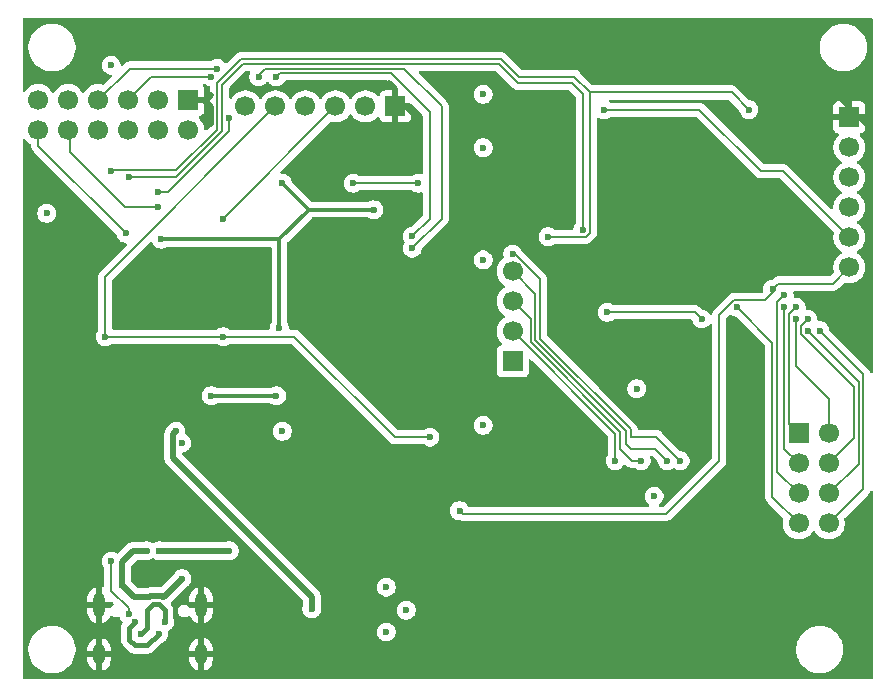
<source format=gbr>
%TF.GenerationSoftware,KiCad,Pcbnew,9.0.3*%
%TF.CreationDate,2025-07-12T13:39:52+12:00*%
%TF.ProjectId,RemiRAT,52656d69-5241-4542-9e6b-696361645f70,rev?*%
%TF.SameCoordinates,Original*%
%TF.FileFunction,Copper,L4,Bot*%
%TF.FilePolarity,Positive*%
%FSLAX46Y46*%
G04 Gerber Fmt 4.6, Leading zero omitted, Abs format (unit mm)*
G04 Created by KiCad (PCBNEW 9.0.3) date 2025-07-12 13:39:52*
%MOMM*%
%LPD*%
G01*
G04 APERTURE LIST*
%TA.AperFunction,HeatsinkPad*%
%ADD10O,1.000000X2.100000*%
%TD*%
%TA.AperFunction,HeatsinkPad*%
%ADD11O,1.000000X1.800000*%
%TD*%
%TA.AperFunction,ComponentPad*%
%ADD12R,1.700000X1.700000*%
%TD*%
%TA.AperFunction,ComponentPad*%
%ADD13C,1.700000*%
%TD*%
%TA.AperFunction,ViaPad*%
%ADD14C,0.600000*%
%TD*%
%TA.AperFunction,Conductor*%
%ADD15C,0.500000*%
%TD*%
%TA.AperFunction,Conductor*%
%ADD16C,0.420000*%
%TD*%
%TA.AperFunction,Conductor*%
%ADD17C,0.200000*%
%TD*%
%TA.AperFunction,Conductor*%
%ADD18C,0.300000*%
%TD*%
G04 APERTURE END LIST*
D10*
%TO.P,J1,S1*%
%TO.N,GND*%
X123980000Y-114212500D03*
D11*
X123980000Y-118392500D03*
D10*
X132620000Y-114212500D03*
D11*
X132620000Y-118392500D03*
%TD*%
D12*
%TO.P,J3,1*%
%TO.N,GND*%
X187500000Y-72920000D03*
D13*
%TO.P,J3,2*%
%TO.N,ESP32TXD0*%
X187500000Y-75460000D03*
%TO.P,J3,3*%
%TO.N,ESP32RXD0*%
X187500000Y-78000000D03*
%TO.P,J3,4*%
%TO.N,3.3V*%
X187500000Y-80540000D03*
%TO.P,J3,5*%
%TO.N,EN*%
X187500000Y-83080000D03*
%TO.P,J3,6*%
%TO.N,IO0*%
X187500000Y-85620000D03*
%TD*%
D12*
%TO.P,J9,1*%
%TO.N,IO17*%
X183225000Y-99690000D03*
D13*
%TO.P,J9,2*%
%TO.N,IO5*%
X185765000Y-99690000D03*
%TO.P,J9,3*%
%TO.N,IO16*%
X183225000Y-102230000D03*
%TO.P,J9,4*%
%TO.N,IO18*%
X185765000Y-102230000D03*
%TO.P,J9,5*%
%TO.N,IO4*%
X183225000Y-104770000D03*
%TO.P,J9,6*%
%TO.N,IO19*%
X185765000Y-104770000D03*
%TO.P,J9,7*%
%TO.N,IO2*%
X183225000Y-107310000D03*
%TO.P,J9,8*%
%TO.N,IO21*%
X185765000Y-107310000D03*
%TD*%
D12*
%TO.P,J7,1*%
%TO.N,SAM-SPI-NPCS1*%
X159000000Y-93580000D03*
D13*
%TO.P,J7,2*%
%TO.N,SAM-SPI-MISO*%
X159000000Y-91040000D03*
%TO.P,J7,3*%
%TO.N,SAM-SPI-SCK*%
X159000000Y-88500000D03*
%TO.P,J7,4*%
%TO.N,SAM-SPI-MOSI*%
X159000000Y-85960000D03*
%TD*%
D12*
%TO.P,J8,1*%
%TO.N,GND*%
X131540000Y-71460000D03*
D13*
%TO.P,J8,2*%
%TO.N,A1/PWML5/PC22*%
X131540000Y-74000000D03*
%TO.P,J8,3*%
%TO.N,3.3VOUT*%
X129000000Y-71460000D03*
%TO.P,J8,4*%
%TO.N,A2/PWML6/PC23*%
X129000000Y-74000000D03*
%TO.P,J8,5*%
%TO.N,D14/PC16*%
X126460000Y-71460000D03*
%TO.P,J8,6*%
%TO.N,RXD1/PA12*%
X126460000Y-74000000D03*
%TO.P,J8,7*%
%TO.N,D15/PC17*%
X123920000Y-71460000D03*
%TO.P,J8,8*%
%TO.N,TDX1/PA13*%
X123920000Y-74000000D03*
%TO.P,J8,9*%
%TO.N,CANTX0/PA0*%
X121380000Y-71460000D03*
%TO.P,J8,10*%
%TO.N,TWCK0/PA18*%
X121380000Y-74000000D03*
%TO.P,J8,11*%
%TO.N,CANRX0/PA1*%
X118840000Y-71460000D03*
%TO.P,J8,12*%
%TO.N,TWD0/PA17*%
X118840000Y-74000000D03*
%TD*%
D12*
%TO.P,J6,1*%
%TO.N,GND*%
X149080000Y-72000000D03*
D13*
%TO.P,J6,2*%
%TO.N,UTXD/PA9*%
X146540000Y-72000000D03*
%TO.P,J6,3*%
%TO.N,URXD/PA8*%
X144000000Y-72000000D03*
%TO.P,J6,4*%
%TO.N,3.3V*%
X141460000Y-72000000D03*
%TO.P,J6,5*%
%TO.N,NRSTB*%
X138920000Y-72000000D03*
%TO.P,J6,6*%
%TO.N,ERASE/PC0*%
X136380000Y-72000000D03*
%TD*%
D14*
%TO.N,GND*%
X128500000Y-112000000D03*
X160000000Y-77500000D03*
X160000000Y-81000000D03*
%TO.N,USBDP*%
X129550000Y-115637500D03*
X127550000Y-116637500D03*
%TO.N,USBDM*%
X129050000Y-116637500D03*
X127050000Y-115637500D03*
%TO.N,GND*%
X147500000Y-79750000D03*
X150500000Y-95750000D03*
X138000000Y-99500000D03*
X129000000Y-84250000D03*
%TO.N,VBUS*%
X135000000Y-109613500D03*
X128000000Y-109613500D03*
X130500000Y-99500000D03*
X125900000Y-112500000D03*
X142000000Y-114550000D03*
X129096900Y-109613500D03*
X131000000Y-112000000D03*
%TO.N,CC1*%
X125000000Y-110500000D03*
X126500000Y-115000000D03*
%TO.N,3.3V*%
X148300000Y-116500000D03*
X131000000Y-100500000D03*
X169500000Y-95900000D03*
X139500000Y-99500000D03*
X148300000Y-112700000D03*
X170975000Y-105000000D03*
X150000000Y-114650000D03*
X156500000Y-99000000D03*
X156500000Y-85000000D03*
X119550000Y-81050000D03*
X156500000Y-75500000D03*
X156500000Y-70975000D03*
X125000000Y-68500000D03*
%TO.N,VDDCORE*%
X139500000Y-78500000D03*
X139250000Y-90750000D03*
X129250000Y-83250000D03*
X133500000Y-96500000D03*
X139000000Y-96500000D03*
X147250000Y-80750000D03*
%TO.N,EN*%
X166720000Y-72280000D03*
%TO.N,IO22*%
X162000000Y-83041000D03*
X179000000Y-72280000D03*
X125000000Y-77500000D03*
%TO.N,IO21*%
X185000000Y-91000000D03*
%TO.N,IO19*%
X184000000Y-91000000D03*
%TO.N,IO18*%
X184000000Y-90000000D03*
%TO.N,IO5*%
X183000000Y-90000000D03*
%TO.N,IO17*%
X183000000Y-89000000D03*
%TO.N,IO16*%
X182000000Y-89000000D03*
%TO.N,IO4*%
X182000000Y-88000000D03*
%TO.N,IO0*%
X154500000Y-106230000D03*
X181000000Y-87500000D03*
%TO.N,IO2*%
X178000000Y-89000000D03*
%TO.N,IO26*%
X126500000Y-78019540D03*
X164940000Y-82440000D03*
%TO.N,TDI/IO12*%
X175000000Y-90000000D03*
X167000000Y-89425000D03*
%TO.N,SAM-SPI-MISO*%
X167675000Y-102000000D03*
%TO.N,SAM-SPI-MOSI*%
X172075000Y-102000000D03*
%TO.N,SAM-SPI-SCK*%
X169875000Y-102000000D03*
%TO.N,SAM-SPI-NPCS0*%
X159000000Y-84500000D03*
X173175000Y-102000000D03*
%TO.N,SAM-SPI-NPCS1*%
X151000000Y-78500000D03*
X145500000Y-78500000D03*
%TO.N,UTXD/PA9*%
X134999000Y-73000000D03*
X129000000Y-79250000D03*
%TO.N,URXD/PA8*%
X134500000Y-81500000D03*
%TO.N,NRSTB*%
X124500000Y-91500000D03*
X134500000Y-91500000D03*
X152000000Y-100000000D03*
%TO.N,TWCK0/PA18*%
X129000000Y-80500000D03*
%TO.N,TWD0/PA17*%
X126250000Y-82750000D03*
%TO.N,D15/PC17*%
X134000000Y-68798000D03*
X139000000Y-69500000D03*
X150500000Y-83000000D03*
%TO.N,D14/PC16*%
X137500000Y-69501000D03*
X133500000Y-69501000D03*
X150500000Y-84000000D03*
%TD*%
D15*
%TO.N,GND*%
X150000000Y-72000000D02*
X151000000Y-73000000D01*
X149080000Y-72000000D02*
X150000000Y-72000000D01*
X149000000Y-70500000D02*
X148500000Y-70000000D01*
X149080000Y-72000000D02*
X149080000Y-70580000D01*
X149080000Y-70580000D02*
X149000000Y-70500000D01*
%TO.N,VBUS*%
X125900000Y-112500000D02*
X126900000Y-113500000D01*
X126900000Y-113500000D02*
X128252704Y-113500000D01*
X129500000Y-113500000D02*
X131000000Y-112000000D01*
X128252704Y-113500000D02*
X128276205Y-113476500D01*
X128276205Y-113476500D02*
X129323796Y-113476500D01*
X129323796Y-113476500D02*
X129347295Y-113500000D01*
X129347295Y-113500000D02*
X129500000Y-113500000D01*
%TO.N,GND*%
X133447000Y-72017000D02*
X133447000Y-73500000D01*
X132890000Y-71460000D02*
X133447000Y-72017000D01*
X131540000Y-71460000D02*
X132890000Y-71460000D01*
X131540000Y-71460000D02*
X133040000Y-71460000D01*
X133447000Y-71053000D02*
X133447000Y-71000000D01*
X133040000Y-71460000D02*
X133447000Y-71053000D01*
X187500000Y-72000000D02*
X186500000Y-71000000D01*
X187500000Y-72920000D02*
X187500000Y-72000000D01*
X188420000Y-72920000D02*
X189000000Y-73500000D01*
X187500000Y-72920000D02*
X188420000Y-72920000D01*
X184920000Y-72920000D02*
X184000000Y-72000000D01*
X187500000Y-72920000D02*
X184920000Y-72920000D01*
D16*
%TO.N,USBDP*%
X129550000Y-114637500D02*
X129550000Y-115637500D01*
X128550000Y-114137500D02*
X129050000Y-114137500D01*
X129050000Y-114137500D02*
X129550000Y-114637500D01*
X128050000Y-114637500D02*
X128550000Y-114137500D01*
X128050000Y-116137500D02*
X128050000Y-114637500D01*
X127550000Y-116637500D02*
X128050000Y-116137500D01*
%TO.N,USBDM*%
X128050000Y-117637500D02*
X129050000Y-116637500D01*
X127050000Y-115637500D02*
X126550000Y-116137500D01*
X126550000Y-117137500D02*
X127050000Y-117637500D01*
X126550000Y-116137500D02*
X126550000Y-117137500D01*
X127050000Y-117637500D02*
X128050000Y-117637500D01*
D15*
%TO.N,GND*%
X149080000Y-73920000D02*
X149080000Y-72000000D01*
%TO.N,VBUS*%
X125900000Y-112500000D02*
X125900000Y-110600000D01*
X142000000Y-113500000D02*
X130249000Y-101749000D01*
X125900000Y-110600000D02*
X126886500Y-109613500D01*
X130249000Y-99751000D02*
X130500000Y-99500000D01*
X142000000Y-114550000D02*
X142000000Y-113500000D01*
X129096900Y-109613500D02*
X135000000Y-109613500D01*
X126886500Y-109613500D02*
X128000000Y-109613500D01*
X130249000Y-101749000D02*
X130249000Y-99751000D01*
D17*
%TO.N,CC1*%
X125000000Y-110500000D02*
X125000000Y-113000000D01*
X125000000Y-113000000D02*
X126500000Y-114500000D01*
X126500000Y-114500000D02*
X126500000Y-115000000D01*
D18*
%TO.N,VDDCORE*%
X133500000Y-96500000D02*
X139000000Y-96500000D01*
X129250000Y-83250000D02*
X139250000Y-83250000D01*
X141750000Y-80750000D02*
X139500000Y-78500000D01*
X139250000Y-83250000D02*
X139250000Y-90750000D01*
X139250000Y-83250000D02*
X141750000Y-80750000D01*
X147250000Y-80750000D02*
X141750000Y-80750000D01*
D17*
%TO.N,EN*%
X187500000Y-83080000D02*
X181920000Y-77500000D01*
X180000000Y-77500000D02*
X174780000Y-72280000D01*
X180000000Y-77500000D02*
X181920000Y-77500000D01*
X174780000Y-72280000D02*
X166720000Y-72280000D01*
%TO.N,IO22*%
X125080460Y-77419540D02*
X130536545Y-77419540D01*
X165541000Y-82688943D02*
X165188943Y-83041000D01*
X133998000Y-70002000D02*
X136000000Y-68000000D01*
X165188943Y-83041000D02*
X162000000Y-83041000D01*
X177541000Y-70821000D02*
X165541000Y-70821000D01*
X136000000Y-68000000D02*
X158000000Y-68000000D01*
X165541000Y-70821000D02*
X165541000Y-82688943D01*
X159500000Y-69500000D02*
X164220000Y-69500000D01*
X125000000Y-77500000D02*
X125080460Y-77419540D01*
X179000000Y-72280000D02*
X177541000Y-70821000D01*
X133998000Y-73958085D02*
X133998000Y-70002000D01*
X158000000Y-68000000D02*
X159500000Y-69500000D01*
X164220000Y-69500000D02*
X165541000Y-70821000D01*
X130536545Y-77419540D02*
X133998000Y-73958085D01*
%TO.N,IO21*%
X185000000Y-91000000D02*
X188698000Y-94698000D01*
X188698000Y-104377000D02*
X185765000Y-107310000D01*
X188698000Y-94698000D02*
X188698000Y-104377000D01*
%TO.N,IO19*%
X188297000Y-102238000D02*
X185765000Y-104770000D01*
X188297000Y-95297000D02*
X188297000Y-102238000D01*
X184000000Y-91000000D02*
X188297000Y-95297000D01*
%TO.N,IO18*%
X187896000Y-100099000D02*
X187896000Y-95749000D01*
X183399000Y-90601000D02*
X184000000Y-90000000D01*
X185765000Y-102230000D02*
X187896000Y-100099000D01*
X183399000Y-91252000D02*
X183399000Y-90601000D01*
X187896000Y-95749000D02*
X183399000Y-91252000D01*
%TO.N,IO5*%
X182998000Y-90002000D02*
X182998000Y-93998000D01*
X182998000Y-93998000D02*
X185765000Y-96765000D01*
X185765000Y-96765000D02*
X185765000Y-99690000D01*
X183000000Y-90000000D02*
X182998000Y-90002000D01*
%TO.N,IO17*%
X182399000Y-98864000D02*
X183225000Y-99690000D01*
X183000000Y-89000000D02*
X182399000Y-89601000D01*
X182399000Y-89601000D02*
X182399000Y-98864000D01*
%TO.N,IO16*%
X181998000Y-89002000D02*
X181998000Y-101003000D01*
X182000000Y-89000000D02*
X181998000Y-89002000D01*
X181998000Y-101003000D02*
X183225000Y-102230000D01*
%TO.N,IO4*%
X181399000Y-102944000D02*
X183225000Y-104770000D01*
X181399000Y-88601000D02*
X181399000Y-102944000D01*
X182000000Y-88000000D02*
X181399000Y-88601000D01*
%TO.N,IO0*%
X172000000Y-106500000D02*
X176500000Y-102000000D01*
X181000000Y-87500000D02*
X181500000Y-87000000D01*
X154770000Y-106500000D02*
X172000000Y-106500000D01*
X154500000Y-106230000D02*
X154770000Y-106500000D01*
X176500000Y-89650057D02*
X177751057Y-88399000D01*
X186120000Y-87000000D02*
X187500000Y-85620000D01*
X181000000Y-87755000D02*
X181000000Y-87500000D01*
X180356000Y-88399000D02*
X181000000Y-87755000D01*
X177751057Y-88399000D02*
X180356000Y-88399000D01*
X176500000Y-102000000D02*
X176500000Y-89650057D01*
X181500000Y-87000000D02*
X186120000Y-87000000D01*
%TO.N,IO2*%
X180998000Y-105083000D02*
X183225000Y-107310000D01*
X178000000Y-89000000D02*
X180998000Y-91998000D01*
X180998000Y-91998000D02*
X180998000Y-105083000D01*
%TO.N,IO26*%
X164940000Y-82440000D02*
X164940000Y-70940000D01*
X134399000Y-74124186D02*
X130503645Y-78019540D01*
X130503645Y-78019540D02*
X126500000Y-78019540D01*
X134399000Y-70168100D02*
X134399000Y-74124186D01*
X136166100Y-68401000D02*
X157833900Y-68401000D01*
X164940000Y-70940000D02*
X164000000Y-70000000D01*
X159432900Y-70000000D02*
X164000000Y-70000000D01*
X134399000Y-70168100D02*
X136166100Y-68401000D01*
X157833900Y-68401000D02*
X159432900Y-70000000D01*
%TO.N,TDI/IO12*%
X167000000Y-89425000D02*
X174425000Y-89425000D01*
X174425000Y-89425000D02*
X175000000Y-90000000D01*
%TO.N,SAM-SPI-MISO*%
X167675000Y-99715000D02*
X159000000Y-91040000D01*
X167675000Y-102000000D02*
X167675000Y-99715000D01*
%TO.N,SAM-SPI-MOSI*%
X160914550Y-87874550D02*
X159000000Y-85960000D01*
X169000000Y-101000000D02*
X171075000Y-101000000D01*
X171075000Y-101000000D02*
X172075000Y-102000000D01*
X168599000Y-100599000D02*
X168599000Y-99504800D01*
X160914550Y-91820350D02*
X160914550Y-87874550D01*
X169000000Y-101000000D02*
X168599000Y-100599000D01*
X168599000Y-99504800D02*
X160914550Y-91820350D01*
%TO.N,SAM-SPI-SCK*%
X160513550Y-90013550D02*
X159000000Y-88500000D01*
X160513550Y-91986450D02*
X160513550Y-90013550D01*
X169067100Y-102000000D02*
X168076000Y-101008900D01*
X168076000Y-101008900D02*
X168076000Y-99548900D01*
X168076000Y-99548900D02*
X160513550Y-91986450D01*
X169875000Y-102000000D02*
X169067100Y-102000000D01*
%TO.N,SAM-SPI-NPCS0*%
X161315550Y-91654250D02*
X161315550Y-86647790D01*
X159167760Y-84500000D02*
X159000000Y-84500000D01*
X169000000Y-100000000D02*
X169000000Y-99338700D01*
X161315550Y-86647790D02*
X159167760Y-84500000D01*
X169000000Y-100000000D02*
X171175000Y-100000000D01*
X171175000Y-100000000D02*
X173175000Y-102000000D01*
X161315550Y-91654250D02*
X169000000Y-99338700D01*
%TO.N,SAM-SPI-NPCS1*%
X145500000Y-78500000D02*
X151000000Y-78500000D01*
%TO.N,UTXD/PA9*%
X134986640Y-73012360D02*
X134986640Y-74103646D01*
X134986640Y-74103646D02*
X129840285Y-79250000D01*
X134999000Y-73000000D02*
X134986640Y-73012360D01*
X129840285Y-79250000D02*
X129000000Y-79250000D01*
%TO.N,URXD/PA8*%
X144000000Y-72000000D02*
X134500000Y-81500000D01*
%TO.N,NRSTB*%
X149000000Y-100000000D02*
X140500000Y-91500000D01*
X140500000Y-91500000D02*
X124500000Y-91500000D01*
X152000000Y-100000000D02*
X149000000Y-100000000D01*
X124500000Y-86420000D02*
X138920000Y-72000000D01*
X124500000Y-91500000D02*
X124500000Y-86420000D01*
%TO.N,TWCK0/PA18*%
X121500000Y-75849943D02*
X121500000Y-74120000D01*
X129000000Y-80500000D02*
X126150057Y-80500000D01*
X126150057Y-80500000D02*
X121500000Y-75849943D01*
%TO.N,TWD0/PA17*%
X118840000Y-75340000D02*
X118840000Y-74000000D01*
X118840000Y-75340000D02*
X126250000Y-82750000D01*
%TO.N,D15/PC17*%
X152000000Y-81500000D02*
X150500000Y-83000000D01*
X148703000Y-69203000D02*
X139297000Y-69203000D01*
X139297000Y-69203000D02*
X139000000Y-69500000D01*
X152000000Y-72500000D02*
X152000000Y-81500000D01*
X148703000Y-69203000D02*
X152000000Y-72500000D01*
X126582000Y-68798000D02*
X123920000Y-71460000D01*
X134000000Y-68798000D02*
X126582000Y-68798000D01*
%TO.N,D14/PC16*%
X138000000Y-68802000D02*
X149802000Y-68802000D01*
X128419000Y-69501000D02*
X126460000Y-71460000D01*
X153000000Y-81500000D02*
X150500000Y-84000000D01*
X149802000Y-68802000D02*
X153000000Y-72000000D01*
X133500000Y-69501000D02*
X128419000Y-69501000D01*
X137500000Y-69302000D02*
X138000000Y-68802000D01*
X137500000Y-69501000D02*
X137500000Y-69500000D01*
X137500000Y-69501000D02*
X137500000Y-69302000D01*
X153000000Y-72000000D02*
X153000000Y-81500000D01*
%TD*%
%TA.AperFunction,Conductor*%
%TO.N,GND*%
G36*
X125063606Y-113953161D02*
G01*
X125089962Y-113955046D01*
X125099016Y-113960865D01*
X125106059Y-113962397D01*
X125134313Y-113983548D01*
X125202789Y-114052024D01*
X125236274Y-114113347D01*
X125231290Y-114183039D01*
X125189418Y-114238972D01*
X125177108Y-114247092D01*
X125091022Y-114296793D01*
X125091017Y-114296797D01*
X124994295Y-114393519D01*
X124990265Y-114400501D01*
X124939697Y-114448716D01*
X124882878Y-114462500D01*
X124280000Y-114462500D01*
X124280000Y-113962500D01*
X124997497Y-113962500D01*
X125020270Y-113950064D01*
X125029301Y-113950709D01*
X125037786Y-113947545D01*
X125063606Y-113953161D01*
G37*
%TD.AperFunction*%
%TA.AperFunction,Conductor*%
G36*
X157600842Y-69021185D02*
G01*
X157621484Y-69037819D01*
X158948039Y-70364374D01*
X158948049Y-70364385D01*
X158952379Y-70368715D01*
X158952380Y-70368716D01*
X159064184Y-70480520D01*
X159064186Y-70480521D01*
X159064190Y-70480524D01*
X159173820Y-70543818D01*
X159201116Y-70559577D01*
X159311727Y-70589215D01*
X159353842Y-70600500D01*
X159353843Y-70600500D01*
X163699903Y-70600500D01*
X163766942Y-70620185D01*
X163787584Y-70636819D01*
X164303181Y-71152416D01*
X164336666Y-71213739D01*
X164339500Y-71240097D01*
X164339500Y-81860234D01*
X164319815Y-81927273D01*
X164318602Y-81929125D01*
X164230609Y-82060814D01*
X164230602Y-82060827D01*
X164170264Y-82206498D01*
X164170261Y-82206510D01*
X164143571Y-82340691D01*
X164111186Y-82402602D01*
X164050471Y-82437176D01*
X164021954Y-82440500D01*
X162579766Y-82440500D01*
X162512727Y-82420815D01*
X162510875Y-82419602D01*
X162379185Y-82331609D01*
X162379172Y-82331602D01*
X162233501Y-82271264D01*
X162233489Y-82271261D01*
X162078845Y-82240500D01*
X162078842Y-82240500D01*
X161921158Y-82240500D01*
X161921155Y-82240500D01*
X161766510Y-82271261D01*
X161766498Y-82271264D01*
X161620827Y-82331602D01*
X161620814Y-82331609D01*
X161489711Y-82419210D01*
X161489707Y-82419213D01*
X161378213Y-82530707D01*
X161378210Y-82530711D01*
X161290609Y-82661814D01*
X161290602Y-82661827D01*
X161230264Y-82807498D01*
X161230261Y-82807510D01*
X161199500Y-82962153D01*
X161199500Y-83119846D01*
X161230261Y-83274489D01*
X161230264Y-83274501D01*
X161290602Y-83420172D01*
X161290609Y-83420185D01*
X161378210Y-83551288D01*
X161378213Y-83551292D01*
X161489707Y-83662786D01*
X161489711Y-83662789D01*
X161620814Y-83750390D01*
X161620827Y-83750397D01*
X161717892Y-83790602D01*
X161766503Y-83810737D01*
X161921153Y-83841499D01*
X161921156Y-83841500D01*
X161921158Y-83841500D01*
X162078844Y-83841500D01*
X162078845Y-83841499D01*
X162233497Y-83810737D01*
X162379179Y-83750394D01*
X162409310Y-83730261D01*
X162510875Y-83662398D01*
X162577553Y-83641520D01*
X162579766Y-83641500D01*
X165102274Y-83641500D01*
X165102290Y-83641501D01*
X165109886Y-83641501D01*
X165267997Y-83641501D01*
X165268000Y-83641501D01*
X165420728Y-83600577D01*
X165490108Y-83560520D01*
X165557659Y-83521520D01*
X165669463Y-83409716D01*
X165669464Y-83409714D01*
X166021520Y-83057659D01*
X166100577Y-82920728D01*
X166141501Y-82768000D01*
X166141501Y-82609885D01*
X166141501Y-82602290D01*
X166141500Y-82602272D01*
X166141500Y-73088200D01*
X166161185Y-73021161D01*
X166213989Y-72975406D01*
X166283147Y-72965462D01*
X166334392Y-72985099D01*
X166340813Y-72989389D01*
X166340815Y-72989390D01*
X166340821Y-72989394D01*
X166340823Y-72989395D01*
X166340827Y-72989397D01*
X166486498Y-73049735D01*
X166486503Y-73049737D01*
X166641153Y-73080499D01*
X166641156Y-73080500D01*
X166641158Y-73080500D01*
X166798844Y-73080500D01*
X166798845Y-73080499D01*
X166953497Y-73049737D01*
X167099179Y-72989394D01*
X167116185Y-72978031D01*
X167230875Y-72901398D01*
X167297553Y-72880520D01*
X167299766Y-72880500D01*
X174479903Y-72880500D01*
X174546942Y-72900185D01*
X174567583Y-72916818D01*
X179631284Y-77980520D01*
X179768215Y-78059577D01*
X179920943Y-78100501D01*
X179920946Y-78100501D01*
X180086654Y-78100501D01*
X180086670Y-78100500D01*
X181619903Y-78100500D01*
X181686942Y-78120185D01*
X181707584Y-78136819D01*
X186166241Y-82595476D01*
X186199726Y-82656799D01*
X186196492Y-82721473D01*
X186182753Y-82763757D01*
X186149500Y-82973713D01*
X186149500Y-83186286D01*
X186172078Y-83328842D01*
X186182754Y-83396243D01*
X186239271Y-83570185D01*
X186248444Y-83598414D01*
X186344951Y-83787820D01*
X186469890Y-83959786D01*
X186620213Y-84110109D01*
X186792182Y-84235050D01*
X186800946Y-84239516D01*
X186851742Y-84287491D01*
X186868536Y-84355312D01*
X186845998Y-84421447D01*
X186800946Y-84460484D01*
X186792182Y-84464949D01*
X186620213Y-84589890D01*
X186469890Y-84740213D01*
X186344951Y-84912179D01*
X186248444Y-85101585D01*
X186182753Y-85303760D01*
X186149500Y-85513713D01*
X186149500Y-85726286D01*
X186182754Y-85936244D01*
X186182754Y-85936247D01*
X186196491Y-85978523D01*
X186198486Y-86048364D01*
X186166241Y-86104522D01*
X185907582Y-86363182D01*
X185846262Y-86396666D01*
X185819903Y-86399500D01*
X181586670Y-86399500D01*
X181586654Y-86399499D01*
X181579058Y-86399499D01*
X181420943Y-86399499D01*
X181344579Y-86419961D01*
X181268214Y-86440423D01*
X181268209Y-86440426D01*
X181131290Y-86519475D01*
X181131286Y-86519478D01*
X180985337Y-86665427D01*
X180924014Y-86698911D01*
X180921848Y-86699362D01*
X180766508Y-86730261D01*
X180766498Y-86730264D01*
X180620827Y-86790602D01*
X180620814Y-86790609D01*
X180489711Y-86878210D01*
X180489707Y-86878213D01*
X180378213Y-86989707D01*
X180378210Y-86989711D01*
X180290609Y-87120814D01*
X180290602Y-87120827D01*
X180230264Y-87266498D01*
X180230261Y-87266510D01*
X180199500Y-87421153D01*
X180199500Y-87578841D01*
X180207710Y-87620120D01*
X180207002Y-87628025D01*
X180209776Y-87635461D01*
X180203932Y-87662326D01*
X180201481Y-87689711D01*
X180196233Y-87697718D01*
X180194925Y-87703734D01*
X180173775Y-87731988D01*
X180143583Y-87762180D01*
X180082262Y-87795666D01*
X180055902Y-87798500D01*
X177837727Y-87798500D01*
X177837711Y-87798499D01*
X177830115Y-87798499D01*
X177672000Y-87798499D01*
X177595636Y-87818961D01*
X177519271Y-87839423D01*
X177519266Y-87839426D01*
X177382347Y-87918475D01*
X177382339Y-87918481D01*
X176019481Y-89281339D01*
X176019475Y-89281347D01*
X175986924Y-89337727D01*
X175986920Y-89337735D01*
X175982058Y-89346158D01*
X175940423Y-89418272D01*
X175904696Y-89551602D01*
X175902355Y-89557693D01*
X175884941Y-89580473D01*
X175870023Y-89604948D01*
X175863994Y-89607876D01*
X175859923Y-89613203D01*
X175832957Y-89622953D01*
X175807176Y-89635477D01*
X175800521Y-89634681D01*
X175794217Y-89636961D01*
X175766262Y-89630585D01*
X175737801Y-89627182D01*
X175732632Y-89622914D01*
X175726097Y-89621424D01*
X175706026Y-89600946D01*
X175683923Y-89582696D01*
X175683512Y-89582085D01*
X175621789Y-89489711D01*
X175621786Y-89489707D01*
X175510292Y-89378213D01*
X175510288Y-89378210D01*
X175379185Y-89290609D01*
X175379172Y-89290602D01*
X175233501Y-89230264D01*
X175233491Y-89230261D01*
X175078151Y-89199362D01*
X175016241Y-89166977D01*
X175014662Y-89165426D01*
X174793717Y-88944481D01*
X174793716Y-88944480D01*
X174681202Y-88879520D01*
X174681202Y-88879519D01*
X174681197Y-88879518D01*
X174672678Y-88874599D01*
X174656786Y-88865423D01*
X174618603Y-88855192D01*
X174504057Y-88824499D01*
X174345943Y-88824499D01*
X174338347Y-88824499D01*
X174338331Y-88824500D01*
X167579766Y-88824500D01*
X167512727Y-88804815D01*
X167510875Y-88803602D01*
X167379185Y-88715609D01*
X167379172Y-88715602D01*
X167233501Y-88655264D01*
X167233489Y-88655261D01*
X167078845Y-88624500D01*
X167078842Y-88624500D01*
X166921158Y-88624500D01*
X166921155Y-88624500D01*
X166766510Y-88655261D01*
X166766498Y-88655264D01*
X166620827Y-88715602D01*
X166620814Y-88715609D01*
X166489711Y-88803210D01*
X166489707Y-88803213D01*
X166378213Y-88914707D01*
X166378210Y-88914711D01*
X166290609Y-89045814D01*
X166290602Y-89045827D01*
X166230264Y-89191498D01*
X166230261Y-89191510D01*
X166199500Y-89346153D01*
X166199500Y-89503846D01*
X166230261Y-89658489D01*
X166230264Y-89658501D01*
X166290602Y-89804172D01*
X166290609Y-89804185D01*
X166378210Y-89935288D01*
X166378213Y-89935292D01*
X166489707Y-90046786D01*
X166489711Y-90046789D01*
X166620814Y-90134390D01*
X166620827Y-90134397D01*
X166766498Y-90194735D01*
X166766503Y-90194737D01*
X166921153Y-90225499D01*
X166921156Y-90225500D01*
X166921158Y-90225500D01*
X167078844Y-90225500D01*
X167078845Y-90225499D01*
X167233497Y-90194737D01*
X167379179Y-90134394D01*
X167379185Y-90134390D01*
X167510875Y-90046398D01*
X167577553Y-90025520D01*
X167579766Y-90025500D01*
X174087125Y-90025500D01*
X174154164Y-90045185D01*
X174199919Y-90097989D01*
X174208742Y-90125308D01*
X174230261Y-90233491D01*
X174230264Y-90233501D01*
X174290602Y-90379172D01*
X174290609Y-90379185D01*
X174378210Y-90510288D01*
X174378213Y-90510292D01*
X174489707Y-90621786D01*
X174489711Y-90621789D01*
X174620814Y-90709390D01*
X174620827Y-90709397D01*
X174749507Y-90762697D01*
X174766503Y-90769737D01*
X174921153Y-90800499D01*
X174921156Y-90800500D01*
X174921158Y-90800500D01*
X175078844Y-90800500D01*
X175078845Y-90800499D01*
X175233497Y-90769737D01*
X175379179Y-90709394D01*
X175510289Y-90621789D01*
X175621789Y-90510289D01*
X175672398Y-90434548D01*
X175726010Y-90389743D01*
X175795335Y-90381036D01*
X175858363Y-90411190D01*
X175895082Y-90470634D01*
X175899500Y-90503439D01*
X175899500Y-101699903D01*
X175879815Y-101766942D01*
X175863181Y-101787584D01*
X171787584Y-105863181D01*
X171726261Y-105896666D01*
X171699903Y-105899500D01*
X171478439Y-105899500D01*
X171411400Y-105879815D01*
X171365645Y-105827011D01*
X171355701Y-105757853D01*
X171384726Y-105694297D01*
X171409548Y-105672398D01*
X171443380Y-105649792D01*
X171485289Y-105621789D01*
X171596789Y-105510289D01*
X171684394Y-105379179D01*
X171744737Y-105233497D01*
X171775500Y-105078842D01*
X171775500Y-104921158D01*
X171775500Y-104921155D01*
X171775499Y-104921153D01*
X171772209Y-104904615D01*
X171744737Y-104766503D01*
X171736124Y-104745709D01*
X171684397Y-104620827D01*
X171684390Y-104620814D01*
X171596789Y-104489711D01*
X171596786Y-104489707D01*
X171485292Y-104378213D01*
X171485288Y-104378210D01*
X171354185Y-104290609D01*
X171354172Y-104290602D01*
X171208501Y-104230264D01*
X171208489Y-104230261D01*
X171053845Y-104199500D01*
X171053842Y-104199500D01*
X170896158Y-104199500D01*
X170896155Y-104199500D01*
X170741510Y-104230261D01*
X170741498Y-104230264D01*
X170595827Y-104290602D01*
X170595814Y-104290609D01*
X170464711Y-104378210D01*
X170464707Y-104378213D01*
X170353213Y-104489707D01*
X170353210Y-104489711D01*
X170265609Y-104620814D01*
X170265602Y-104620827D01*
X170205264Y-104766498D01*
X170205261Y-104766510D01*
X170174500Y-104921153D01*
X170174500Y-105078846D01*
X170205261Y-105233489D01*
X170205264Y-105233501D01*
X170265602Y-105379172D01*
X170265609Y-105379185D01*
X170353210Y-105510288D01*
X170353213Y-105510292D01*
X170464707Y-105621786D01*
X170464711Y-105621789D01*
X170540452Y-105672398D01*
X170585257Y-105726010D01*
X170593964Y-105795335D01*
X170563810Y-105858363D01*
X170504366Y-105895082D01*
X170471561Y-105899500D01*
X155308200Y-105899500D01*
X155241161Y-105879815D01*
X155205098Y-105844391D01*
X155121789Y-105719711D01*
X155121786Y-105719707D01*
X155010292Y-105608213D01*
X155010288Y-105608210D01*
X154879185Y-105520609D01*
X154879172Y-105520602D01*
X154733501Y-105460264D01*
X154733489Y-105460261D01*
X154578845Y-105429500D01*
X154578842Y-105429500D01*
X154421158Y-105429500D01*
X154421155Y-105429500D01*
X154266510Y-105460261D01*
X154266498Y-105460264D01*
X154120827Y-105520602D01*
X154120814Y-105520609D01*
X153989711Y-105608210D01*
X153989707Y-105608213D01*
X153878213Y-105719707D01*
X153878210Y-105719711D01*
X153790609Y-105850814D01*
X153790602Y-105850827D01*
X153730264Y-105996498D01*
X153730261Y-105996510D01*
X153699500Y-106151153D01*
X153699500Y-106308846D01*
X153730261Y-106463489D01*
X153730264Y-106463501D01*
X153790602Y-106609172D01*
X153790609Y-106609185D01*
X153878210Y-106740288D01*
X153878213Y-106740292D01*
X153989707Y-106851786D01*
X153989711Y-106851789D01*
X154120814Y-106939390D01*
X154120827Y-106939397D01*
X154220118Y-106980524D01*
X154266503Y-106999737D01*
X154421153Y-107030499D01*
X154421156Y-107030500D01*
X154421158Y-107030500D01*
X154454627Y-107030500D01*
X154516627Y-107047112D01*
X154538216Y-107059577D01*
X154690943Y-107100501D01*
X154690945Y-107100501D01*
X154856654Y-107100501D01*
X154856670Y-107100500D01*
X171913331Y-107100500D01*
X171913347Y-107100501D01*
X171920943Y-107100501D01*
X172079054Y-107100501D01*
X172079057Y-107100501D01*
X172231785Y-107059577D01*
X172303512Y-107018165D01*
X172368716Y-106980520D01*
X172480520Y-106868716D01*
X172480520Y-106868714D01*
X172490724Y-106858511D01*
X172490728Y-106858506D01*
X176868713Y-102480521D01*
X176868716Y-102480520D01*
X176980520Y-102368716D01*
X177030639Y-102281904D01*
X177059577Y-102231785D01*
X177100501Y-102079057D01*
X177100501Y-101920943D01*
X177100501Y-101913348D01*
X177100500Y-101913330D01*
X177100500Y-89950154D01*
X177120185Y-89883115D01*
X177136819Y-89862473D01*
X177232794Y-89766498D01*
X177350490Y-89648801D01*
X177411811Y-89615318D01*
X177481502Y-89620302D01*
X177507060Y-89633382D01*
X177620814Y-89709390D01*
X177620827Y-89709397D01*
X177722612Y-89751557D01*
X177766503Y-89769737D01*
X177831147Y-89782595D01*
X177921849Y-89800638D01*
X177983760Y-89833023D01*
X177985339Y-89834574D01*
X180361181Y-92210416D01*
X180394666Y-92271739D01*
X180397500Y-92298097D01*
X180397500Y-104996330D01*
X180397499Y-104996348D01*
X180397499Y-105162054D01*
X180397498Y-105162054D01*
X180438423Y-105314785D01*
X180467358Y-105364900D01*
X180467359Y-105364904D01*
X180467360Y-105364904D01*
X180475597Y-105379172D01*
X180517479Y-105451714D01*
X180517481Y-105451717D01*
X180636349Y-105570585D01*
X180636355Y-105570590D01*
X181891241Y-106825476D01*
X181924726Y-106886799D01*
X181921492Y-106951473D01*
X181907753Y-106993757D01*
X181874500Y-107203713D01*
X181874500Y-107416286D01*
X181907753Y-107626239D01*
X181973444Y-107828414D01*
X182069951Y-108017820D01*
X182194890Y-108189786D01*
X182345213Y-108340109D01*
X182517179Y-108465048D01*
X182517181Y-108465049D01*
X182517184Y-108465051D01*
X182706588Y-108561557D01*
X182908757Y-108627246D01*
X183118713Y-108660500D01*
X183118714Y-108660500D01*
X183331286Y-108660500D01*
X183331287Y-108660500D01*
X183541243Y-108627246D01*
X183743412Y-108561557D01*
X183932816Y-108465051D01*
X183954789Y-108449086D01*
X184104786Y-108340109D01*
X184104788Y-108340106D01*
X184104792Y-108340104D01*
X184255104Y-108189792D01*
X184255106Y-108189788D01*
X184255109Y-108189786D01*
X184380048Y-108017820D01*
X184380047Y-108017820D01*
X184380051Y-108017816D01*
X184384514Y-108009054D01*
X184432488Y-107958259D01*
X184500308Y-107941463D01*
X184566444Y-107963999D01*
X184605486Y-108009056D01*
X184609951Y-108017820D01*
X184734890Y-108189786D01*
X184885213Y-108340109D01*
X185057179Y-108465048D01*
X185057181Y-108465049D01*
X185057184Y-108465051D01*
X185246588Y-108561557D01*
X185448757Y-108627246D01*
X185658713Y-108660500D01*
X185658714Y-108660500D01*
X185871286Y-108660500D01*
X185871287Y-108660500D01*
X186081243Y-108627246D01*
X186283412Y-108561557D01*
X186472816Y-108465051D01*
X186494789Y-108449086D01*
X186644786Y-108340109D01*
X186644788Y-108340106D01*
X186644792Y-108340104D01*
X186795104Y-108189792D01*
X186795106Y-108189788D01*
X186795109Y-108189786D01*
X186920048Y-108017820D01*
X186920047Y-108017820D01*
X186920051Y-108017816D01*
X187016557Y-107828412D01*
X187082246Y-107626243D01*
X187115500Y-107416287D01*
X187115500Y-107203713D01*
X187082246Y-106993757D01*
X187068506Y-106951473D01*
X187066512Y-106881635D01*
X187098755Y-106825478D01*
X189056506Y-104867728D01*
X189056511Y-104867724D01*
X189066714Y-104857520D01*
X189066716Y-104857520D01*
X189178520Y-104745716D01*
X189257577Y-104608784D01*
X189257579Y-104608773D01*
X189260686Y-104601277D01*
X189263743Y-104602543D01*
X189292077Y-104556045D01*
X189354920Y-104525507D01*
X189424297Y-104533792D01*
X189478181Y-104578270D01*
X189499464Y-104644819D01*
X189499500Y-104647787D01*
X189499500Y-120375500D01*
X189479815Y-120442539D01*
X189427011Y-120488294D01*
X189375500Y-120499500D01*
X117624500Y-120499500D01*
X117557461Y-120479815D01*
X117511706Y-120427011D01*
X117500500Y-120375500D01*
X117500500Y-117868872D01*
X117999500Y-117868872D01*
X117999500Y-118131127D01*
X118024459Y-118320696D01*
X118033730Y-118391116D01*
X118098831Y-118634076D01*
X118101602Y-118644418D01*
X118101605Y-118644428D01*
X118201953Y-118886690D01*
X118201958Y-118886700D01*
X118333075Y-119113803D01*
X118492718Y-119321851D01*
X118492726Y-119321860D01*
X118678140Y-119507274D01*
X118678148Y-119507281D01*
X118886196Y-119666924D01*
X119113299Y-119798041D01*
X119113309Y-119798046D01*
X119355571Y-119898394D01*
X119355581Y-119898398D01*
X119608884Y-119966270D01*
X119868880Y-120000500D01*
X119868887Y-120000500D01*
X120131113Y-120000500D01*
X120131120Y-120000500D01*
X120391116Y-119966270D01*
X120644419Y-119898398D01*
X120886697Y-119798043D01*
X121113803Y-119666924D01*
X121321851Y-119507282D01*
X121321855Y-119507277D01*
X121321860Y-119507274D01*
X121507274Y-119321860D01*
X121507277Y-119321855D01*
X121507282Y-119321851D01*
X121666924Y-119113803D01*
X121798043Y-118886697D01*
X121898398Y-118644419D01*
X121966270Y-118391116D01*
X122000500Y-118131120D01*
X122000500Y-117894004D01*
X122980000Y-117894004D01*
X122980000Y-118142500D01*
X123680000Y-118142500D01*
X123680000Y-118642500D01*
X122980000Y-118642500D01*
X122980000Y-118890995D01*
X123018427Y-119084181D01*
X123018430Y-119084193D01*
X123093807Y-119266171D01*
X123093814Y-119266184D01*
X123203248Y-119429962D01*
X123203251Y-119429966D01*
X123342533Y-119569248D01*
X123342537Y-119569251D01*
X123506315Y-119678685D01*
X123506328Y-119678692D01*
X123688308Y-119754069D01*
X123730000Y-119762362D01*
X123730000Y-118959488D01*
X123739940Y-118976705D01*
X123795795Y-119032560D01*
X123864204Y-119072056D01*
X123940504Y-119092500D01*
X124019496Y-119092500D01*
X124095796Y-119072056D01*
X124164205Y-119032560D01*
X124220060Y-118976705D01*
X124230000Y-118959488D01*
X124230000Y-119762362D01*
X124271690Y-119754069D01*
X124271692Y-119754069D01*
X124453671Y-119678692D01*
X124453684Y-119678685D01*
X124617462Y-119569251D01*
X124617466Y-119569248D01*
X124756748Y-119429966D01*
X124756751Y-119429962D01*
X124866185Y-119266184D01*
X124866192Y-119266171D01*
X124941569Y-119084193D01*
X124941572Y-119084181D01*
X124979999Y-118890995D01*
X124980000Y-118890992D01*
X124980000Y-118642500D01*
X124280000Y-118642500D01*
X124280000Y-118142500D01*
X124980000Y-118142500D01*
X124980000Y-117894008D01*
X124979999Y-117894004D01*
X124941572Y-117700818D01*
X124941569Y-117700806D01*
X124866192Y-117518828D01*
X124866185Y-117518815D01*
X124756751Y-117355037D01*
X124756748Y-117355033D01*
X124617466Y-117215751D01*
X124617462Y-117215748D01*
X124453684Y-117106314D01*
X124453671Y-117106307D01*
X124271691Y-117030929D01*
X124271683Y-117030927D01*
X124230000Y-117022635D01*
X124230000Y-117825511D01*
X124220060Y-117808295D01*
X124164205Y-117752440D01*
X124095796Y-117712944D01*
X124019496Y-117692500D01*
X123940504Y-117692500D01*
X123864204Y-117712944D01*
X123795795Y-117752440D01*
X123739940Y-117808295D01*
X123730000Y-117825511D01*
X123730000Y-117022636D01*
X123729999Y-117022635D01*
X123688316Y-117030927D01*
X123688308Y-117030929D01*
X123506328Y-117106307D01*
X123506315Y-117106314D01*
X123342537Y-117215748D01*
X123342533Y-117215751D01*
X123203251Y-117355033D01*
X123203248Y-117355037D01*
X123093814Y-117518815D01*
X123093807Y-117518828D01*
X123018430Y-117700806D01*
X123018427Y-117700818D01*
X122980000Y-117894004D01*
X122000500Y-117894004D01*
X122000500Y-117868880D01*
X121966270Y-117608884D01*
X121898398Y-117355581D01*
X121862840Y-117269737D01*
X121798046Y-117113309D01*
X121798041Y-117113299D01*
X121666924Y-116886196D01*
X121507281Y-116678148D01*
X121507274Y-116678140D01*
X121321860Y-116492726D01*
X121321851Y-116492718D01*
X121113803Y-116333075D01*
X120886700Y-116201958D01*
X120886690Y-116201953D01*
X120644428Y-116101605D01*
X120644421Y-116101603D01*
X120644419Y-116101602D01*
X120391116Y-116033730D01*
X120333339Y-116026123D01*
X120131127Y-115999500D01*
X120131120Y-115999500D01*
X119868880Y-115999500D01*
X119868872Y-115999500D01*
X119637772Y-116029926D01*
X119608884Y-116033730D01*
X119482770Y-116067522D01*
X119355581Y-116101602D01*
X119355571Y-116101605D01*
X119113309Y-116201953D01*
X119113299Y-116201958D01*
X118886196Y-116333075D01*
X118678148Y-116492718D01*
X118492718Y-116678148D01*
X118333075Y-116886196D01*
X118201958Y-117113299D01*
X118201953Y-117113309D01*
X118101605Y-117355571D01*
X118101602Y-117355581D01*
X118038678Y-117590420D01*
X118033730Y-117608885D01*
X117999500Y-117868872D01*
X117500500Y-117868872D01*
X117500500Y-113564004D01*
X122980000Y-113564004D01*
X122980000Y-113962500D01*
X123680000Y-113962500D01*
X123680000Y-114462500D01*
X122980000Y-114462500D01*
X122980000Y-114860995D01*
X123018427Y-115054181D01*
X123018430Y-115054193D01*
X123093807Y-115236171D01*
X123093814Y-115236184D01*
X123203248Y-115399962D01*
X123203251Y-115399966D01*
X123342533Y-115539248D01*
X123342537Y-115539251D01*
X123506315Y-115648685D01*
X123506328Y-115648692D01*
X123688308Y-115724069D01*
X123730000Y-115732362D01*
X123730000Y-114929488D01*
X123739940Y-114946705D01*
X123795795Y-115002560D01*
X123864204Y-115042056D01*
X123940504Y-115062500D01*
X124019496Y-115062500D01*
X124095796Y-115042056D01*
X124164205Y-115002560D01*
X124220060Y-114946705D01*
X124230000Y-114929488D01*
X124230000Y-115732362D01*
X124271690Y-115724069D01*
X124271692Y-115724069D01*
X124453671Y-115648692D01*
X124453684Y-115648685D01*
X124617462Y-115539251D01*
X124617466Y-115539248D01*
X124756748Y-115399966D01*
X124756751Y-115399962D01*
X124866185Y-115236184D01*
X124866192Y-115236171D01*
X124892647Y-115172303D01*
X124936487Y-115117899D01*
X125002781Y-115095834D01*
X125070481Y-115113113D01*
X125084187Y-115123761D01*
X125084574Y-115123258D01*
X125091016Y-115128201D01*
X125091019Y-115128204D01*
X125091022Y-115128205D01*
X125091025Y-115128208D01*
X125167401Y-115172303D01*
X125209480Y-115196597D01*
X125341606Y-115232000D01*
X125341608Y-115232000D01*
X125478391Y-115232000D01*
X125478394Y-115232000D01*
X125599506Y-115199548D01*
X125669352Y-115201211D01*
X125727215Y-115240373D01*
X125746157Y-115271870D01*
X125790604Y-115379176D01*
X125790609Y-115379185D01*
X125878210Y-115510288D01*
X125878213Y-115510292D01*
X125947944Y-115580023D01*
X125981429Y-115641346D01*
X125976445Y-115711038D01*
X125963365Y-115736595D01*
X125920366Y-115800946D01*
X125920359Y-115800958D01*
X125866806Y-115930248D01*
X125866802Y-115930262D01*
X125846222Y-116033729D01*
X125846222Y-116033732D01*
X125839500Y-116067522D01*
X125839500Y-117207482D01*
X125866802Y-117344737D01*
X125866805Y-117344749D01*
X125920361Y-117474046D01*
X125920363Y-117474050D01*
X125998114Y-117590412D01*
X125998120Y-117590420D01*
X126101402Y-117693702D01*
X126101424Y-117693722D01*
X126494992Y-118087290D01*
X126495021Y-118087321D01*
X126597079Y-118189379D01*
X126597087Y-118189385D01*
X126713449Y-118267136D01*
X126713453Y-118267138D01*
X126842750Y-118320694D01*
X126842755Y-118320696D01*
X126980016Y-118347999D01*
X126980019Y-118348000D01*
X126980021Y-118348000D01*
X128119981Y-118348000D01*
X128119982Y-118347999D01*
X128257245Y-118320696D01*
X128386548Y-118267137D01*
X128386550Y-118267136D01*
X128444341Y-118228520D01*
X128502917Y-118189382D01*
X128601882Y-118090417D01*
X128601882Y-118090415D01*
X128612090Y-118080208D01*
X128612091Y-118080205D01*
X128798292Y-117894004D01*
X131620000Y-117894004D01*
X131620000Y-118142500D01*
X132320000Y-118142500D01*
X132320000Y-118642500D01*
X131620000Y-118642500D01*
X131620000Y-118890995D01*
X131658427Y-119084181D01*
X131658430Y-119084193D01*
X131733807Y-119266171D01*
X131733814Y-119266184D01*
X131843248Y-119429962D01*
X131843251Y-119429966D01*
X131982533Y-119569248D01*
X131982537Y-119569251D01*
X132146315Y-119678685D01*
X132146328Y-119678692D01*
X132328308Y-119754069D01*
X132370000Y-119762362D01*
X132370000Y-118959488D01*
X132379940Y-118976705D01*
X132435795Y-119032560D01*
X132504204Y-119072056D01*
X132580504Y-119092500D01*
X132659496Y-119092500D01*
X132735796Y-119072056D01*
X132804205Y-119032560D01*
X132860060Y-118976705D01*
X132870000Y-118959488D01*
X132870000Y-119762362D01*
X132911690Y-119754069D01*
X132911692Y-119754069D01*
X133093671Y-119678692D01*
X133093684Y-119678685D01*
X133257462Y-119569251D01*
X133257466Y-119569248D01*
X133396748Y-119429966D01*
X133396751Y-119429962D01*
X133506185Y-119266184D01*
X133506192Y-119266171D01*
X133581569Y-119084193D01*
X133581572Y-119084181D01*
X133619999Y-118890995D01*
X133620000Y-118890992D01*
X133620000Y-118642500D01*
X132920000Y-118642500D01*
X132920000Y-118142500D01*
X133620000Y-118142500D01*
X133620000Y-117894008D01*
X133619999Y-117894002D01*
X133619006Y-117889007D01*
X133619006Y-117889006D01*
X133615001Y-117868872D01*
X182999500Y-117868872D01*
X182999500Y-118131127D01*
X183024459Y-118320696D01*
X183033730Y-118391116D01*
X183098831Y-118634076D01*
X183101602Y-118644418D01*
X183101605Y-118644428D01*
X183201953Y-118886690D01*
X183201958Y-118886700D01*
X183333075Y-119113803D01*
X183492718Y-119321851D01*
X183492726Y-119321860D01*
X183678140Y-119507274D01*
X183678148Y-119507281D01*
X183886196Y-119666924D01*
X184113299Y-119798041D01*
X184113309Y-119798046D01*
X184355571Y-119898394D01*
X184355581Y-119898398D01*
X184608884Y-119966270D01*
X184868880Y-120000500D01*
X184868887Y-120000500D01*
X185131113Y-120000500D01*
X185131120Y-120000500D01*
X185391116Y-119966270D01*
X185644419Y-119898398D01*
X185886697Y-119798043D01*
X186113803Y-119666924D01*
X186321851Y-119507282D01*
X186321855Y-119507277D01*
X186321860Y-119507274D01*
X186507274Y-119321860D01*
X186507277Y-119321855D01*
X186507282Y-119321851D01*
X186666924Y-119113803D01*
X186798043Y-118886697D01*
X186898398Y-118644419D01*
X186966270Y-118391116D01*
X187000500Y-118131120D01*
X187000500Y-117868880D01*
X186966270Y-117608884D01*
X186898398Y-117355581D01*
X186862840Y-117269737D01*
X186798046Y-117113309D01*
X186798041Y-117113299D01*
X186666924Y-116886196D01*
X186507281Y-116678148D01*
X186507274Y-116678140D01*
X186321860Y-116492726D01*
X186321851Y-116492718D01*
X186113803Y-116333075D01*
X185886700Y-116201958D01*
X185886690Y-116201953D01*
X185644428Y-116101605D01*
X185644421Y-116101603D01*
X185644419Y-116101602D01*
X185391116Y-116033730D01*
X185333339Y-116026123D01*
X185131127Y-115999500D01*
X185131120Y-115999500D01*
X184868880Y-115999500D01*
X184868872Y-115999500D01*
X184637772Y-116029926D01*
X184608884Y-116033730D01*
X184482770Y-116067522D01*
X184355581Y-116101602D01*
X184355571Y-116101605D01*
X184113309Y-116201953D01*
X184113299Y-116201958D01*
X183886196Y-116333075D01*
X183678148Y-116492718D01*
X183492718Y-116678148D01*
X183333075Y-116886196D01*
X183201958Y-117113299D01*
X183201953Y-117113309D01*
X183101605Y-117355571D01*
X183101602Y-117355581D01*
X183038678Y-117590420D01*
X183033730Y-117608885D01*
X182999500Y-117868872D01*
X133615001Y-117868872D01*
X133581572Y-117700818D01*
X133581569Y-117700806D01*
X133506192Y-117518828D01*
X133506185Y-117518815D01*
X133396751Y-117355037D01*
X133396748Y-117355033D01*
X133257466Y-117215751D01*
X133257462Y-117215748D01*
X133093684Y-117106314D01*
X133093671Y-117106307D01*
X132911691Y-117030929D01*
X132911683Y-117030927D01*
X132870000Y-117022635D01*
X132870000Y-117825511D01*
X132860060Y-117808295D01*
X132804205Y-117752440D01*
X132735796Y-117712944D01*
X132659496Y-117692500D01*
X132580504Y-117692500D01*
X132504204Y-117712944D01*
X132435795Y-117752440D01*
X132379940Y-117808295D01*
X132370000Y-117825511D01*
X132370000Y-117022636D01*
X132369999Y-117022635D01*
X132328316Y-117030927D01*
X132328308Y-117030929D01*
X132146328Y-117106307D01*
X132146315Y-117106314D01*
X131982537Y-117215748D01*
X131982533Y-117215751D01*
X131843251Y-117355033D01*
X131843248Y-117355037D01*
X131733814Y-117518815D01*
X131733807Y-117518828D01*
X131658430Y-117700806D01*
X131658427Y-117700818D01*
X131620000Y-117894004D01*
X128798292Y-117894004D01*
X129268728Y-117423569D01*
X129308951Y-117396692D01*
X129429179Y-117346894D01*
X129560289Y-117259289D01*
X129671789Y-117147789D01*
X129759394Y-117016679D01*
X129819737Y-116870997D01*
X129850500Y-116716342D01*
X129850500Y-116558658D01*
X129850500Y-116558655D01*
X129837426Y-116492931D01*
X129839516Y-116469563D01*
X129837104Y-116446227D01*
X129842572Y-116435411D01*
X129843653Y-116423340D01*
X129845352Y-116421153D01*
X147499500Y-116421153D01*
X147499500Y-116578846D01*
X147530261Y-116733489D01*
X147530264Y-116733501D01*
X147590602Y-116879172D01*
X147590609Y-116879185D01*
X147678210Y-117010288D01*
X147678213Y-117010292D01*
X147789707Y-117121786D01*
X147789711Y-117121789D01*
X147920814Y-117209390D01*
X147920827Y-117209397D01*
X148041279Y-117259289D01*
X148066503Y-117269737D01*
X148221153Y-117300499D01*
X148221156Y-117300500D01*
X148221158Y-117300500D01*
X148378844Y-117300500D01*
X148378845Y-117300499D01*
X148533497Y-117269737D01*
X148679179Y-117209394D01*
X148810289Y-117121789D01*
X148921789Y-117010289D01*
X149009394Y-116879179D01*
X149069737Y-116733497D01*
X149100500Y-116578842D01*
X149100500Y-116421158D01*
X149100500Y-116421155D01*
X149100499Y-116421153D01*
X149069738Y-116266510D01*
X149069737Y-116266503D01*
X149043002Y-116201958D01*
X149009397Y-116120827D01*
X149009390Y-116120814D01*
X148921789Y-115989711D01*
X148921786Y-115989707D01*
X148810292Y-115878213D01*
X148810288Y-115878210D01*
X148679185Y-115790609D01*
X148679172Y-115790602D01*
X148533501Y-115730264D01*
X148533489Y-115730261D01*
X148378845Y-115699500D01*
X148378842Y-115699500D01*
X148221158Y-115699500D01*
X148221155Y-115699500D01*
X148066510Y-115730261D01*
X148066498Y-115730264D01*
X147920827Y-115790602D01*
X147920814Y-115790609D01*
X147789711Y-115878210D01*
X147789707Y-115878213D01*
X147678213Y-115989707D01*
X147678210Y-115989711D01*
X147590609Y-116120814D01*
X147590602Y-116120827D01*
X147530264Y-116266498D01*
X147530261Y-116266510D01*
X147499500Y-116421153D01*
X129845352Y-116421153D01*
X129858045Y-116404812D01*
X129868632Y-116383875D01*
X129880892Y-116375399D01*
X129886515Y-116368162D01*
X129896203Y-116361841D01*
X129903621Y-116357480D01*
X129929179Y-116346894D01*
X130060289Y-116259289D01*
X130171789Y-116147789D01*
X130259394Y-116016679D01*
X130319737Y-115870997D01*
X130350500Y-115716342D01*
X130350500Y-115558658D01*
X130350500Y-115558655D01*
X130350499Y-115558653D01*
X130319739Y-115404011D01*
X130319736Y-115404001D01*
X130301259Y-115359394D01*
X130269938Y-115283778D01*
X130260500Y-115236327D01*
X130260500Y-114644106D01*
X130670500Y-114644106D01*
X130670500Y-114780894D01*
X130697994Y-114883501D01*
X130705903Y-114913019D01*
X130705906Y-114913026D01*
X130774291Y-115031474D01*
X130774295Y-115031479D01*
X130774296Y-115031481D01*
X130871019Y-115128204D01*
X130871021Y-115128205D01*
X130871025Y-115128208D01*
X130947401Y-115172303D01*
X130989480Y-115196597D01*
X131121606Y-115232000D01*
X131121608Y-115232000D01*
X131258392Y-115232000D01*
X131258394Y-115232000D01*
X131390520Y-115196597D01*
X131508981Y-115128204D01*
X131508986Y-115128198D01*
X131515426Y-115123258D01*
X131517150Y-115125505D01*
X131566401Y-115098596D01*
X131636094Y-115103562D01*
X131692038Y-115145418D01*
X131707352Y-115172302D01*
X131733809Y-115236174D01*
X131733814Y-115236184D01*
X131843248Y-115399962D01*
X131843251Y-115399966D01*
X131982533Y-115539248D01*
X131982537Y-115539251D01*
X132146315Y-115648685D01*
X132146328Y-115648692D01*
X132328308Y-115724069D01*
X132370000Y-115732362D01*
X132370000Y-114929488D01*
X132379940Y-114946705D01*
X132435795Y-115002560D01*
X132504204Y-115042056D01*
X132580504Y-115062500D01*
X132659496Y-115062500D01*
X132735796Y-115042056D01*
X132804205Y-115002560D01*
X132860060Y-114946705D01*
X132870000Y-114929488D01*
X132870000Y-115732362D01*
X132911690Y-115724069D01*
X132911692Y-115724069D01*
X133093671Y-115648692D01*
X133093684Y-115648685D01*
X133257462Y-115539251D01*
X133257466Y-115539248D01*
X133396748Y-115399966D01*
X133396751Y-115399962D01*
X133506185Y-115236184D01*
X133506192Y-115236171D01*
X133581569Y-115054193D01*
X133581572Y-115054181D01*
X133619999Y-114860995D01*
X133620000Y-114860992D01*
X133620000Y-114462500D01*
X132920000Y-114462500D01*
X132920000Y-113962500D01*
X133620000Y-113962500D01*
X133620000Y-113564008D01*
X133619999Y-113564004D01*
X133581572Y-113370818D01*
X133581569Y-113370806D01*
X133506192Y-113188828D01*
X133506185Y-113188815D01*
X133396751Y-113025037D01*
X133396748Y-113025033D01*
X133257466Y-112885751D01*
X133257462Y-112885748D01*
X133093684Y-112776314D01*
X133093671Y-112776307D01*
X132911691Y-112700929D01*
X132911683Y-112700927D01*
X132870000Y-112692635D01*
X132870000Y-113495511D01*
X132860060Y-113478295D01*
X132804205Y-113422440D01*
X132735796Y-113382944D01*
X132659496Y-113362500D01*
X132580504Y-113362500D01*
X132504204Y-113382944D01*
X132435795Y-113422440D01*
X132379940Y-113478295D01*
X132370000Y-113495511D01*
X132370000Y-112692636D01*
X132369999Y-112692635D01*
X132328316Y-112700927D01*
X132328308Y-112700929D01*
X132146328Y-112776307D01*
X132146315Y-112776314D01*
X131982537Y-112885748D01*
X131982533Y-112885751D01*
X131843251Y-113025033D01*
X131843248Y-113025037D01*
X131733814Y-113188815D01*
X131733807Y-113188828D01*
X131658430Y-113370806D01*
X131658427Y-113370818D01*
X131620000Y-113564004D01*
X131620000Y-113962500D01*
X132320000Y-113962500D01*
X132320000Y-114462500D01*
X131717122Y-114462500D01*
X131650083Y-114442815D01*
X131609735Y-114400501D01*
X131605704Y-114393519D01*
X131508982Y-114296797D01*
X131508974Y-114296791D01*
X131390526Y-114228406D01*
X131390522Y-114228404D01*
X131390520Y-114228403D01*
X131258394Y-114193000D01*
X131121606Y-114193000D01*
X130989480Y-114228403D01*
X130989473Y-114228406D01*
X130871025Y-114296791D01*
X130871017Y-114296797D01*
X130774297Y-114393517D01*
X130774291Y-114393525D01*
X130705906Y-114511973D01*
X130705904Y-114511977D01*
X130705903Y-114511980D01*
X130670500Y-114644106D01*
X130260500Y-114644106D01*
X130260500Y-114567520D01*
X130254308Y-114536397D01*
X130245022Y-114489711D01*
X130233196Y-114430255D01*
X130186080Y-114316506D01*
X130179640Y-114300958D01*
X130179632Y-114300944D01*
X130161473Y-114273768D01*
X130159504Y-114270821D01*
X130101882Y-114184583D01*
X130070889Y-114153590D01*
X130065674Y-114146671D01*
X130056287Y-114121756D01*
X130043529Y-114098391D01*
X130044160Y-114089566D01*
X130041041Y-114081287D01*
X130046613Y-114055254D01*
X130048513Y-114028699D01*
X130054189Y-114019866D01*
X130055667Y-114012965D01*
X130064044Y-114004531D01*
X130077014Y-113984352D01*
X130591130Y-113470236D01*
X130916861Y-113144505D01*
X131315295Y-112746070D01*
X131355519Y-112719193D01*
X131379179Y-112709394D01*
X131510289Y-112621789D01*
X131621789Y-112510289D01*
X131709394Y-112379179D01*
X131769737Y-112233497D01*
X131800500Y-112078842D01*
X131800500Y-111921158D01*
X131800500Y-111921155D01*
X131800499Y-111921153D01*
X131769738Y-111766510D01*
X131769737Y-111766503D01*
X131735855Y-111684704D01*
X131709397Y-111620827D01*
X131709390Y-111620814D01*
X131621789Y-111489711D01*
X131621786Y-111489707D01*
X131510292Y-111378213D01*
X131510288Y-111378210D01*
X131379185Y-111290609D01*
X131379172Y-111290602D01*
X131233501Y-111230264D01*
X131233489Y-111230261D01*
X131078845Y-111199500D01*
X131078842Y-111199500D01*
X130921158Y-111199500D01*
X130921155Y-111199500D01*
X130766510Y-111230261D01*
X130766498Y-111230264D01*
X130620827Y-111290602D01*
X130620814Y-111290609D01*
X130489711Y-111378210D01*
X130489707Y-111378213D01*
X130378213Y-111489707D01*
X130378207Y-111489715D01*
X130290607Y-111620818D01*
X130290605Y-111620822D01*
X130280805Y-111644480D01*
X130253927Y-111684704D01*
X129248951Y-112689681D01*
X129187628Y-112723166D01*
X129161270Y-112726000D01*
X128276221Y-112726000D01*
X128202304Y-112725998D01*
X128202294Y-112726000D01*
X128202287Y-112726000D01*
X128199557Y-112726542D01*
X128199550Y-112726543D01*
X128139684Y-112738451D01*
X128139681Y-112738453D01*
X128096117Y-112747118D01*
X128071927Y-112749500D01*
X127262229Y-112749500D01*
X127195190Y-112729815D01*
X127174548Y-112713181D01*
X126686819Y-112225451D01*
X126653334Y-112164128D01*
X126650500Y-112137770D01*
X126650500Y-110962229D01*
X126670185Y-110895190D01*
X126686819Y-110874548D01*
X127161048Y-110400319D01*
X127222371Y-110366834D01*
X127248729Y-110364000D01*
X127695396Y-110364000D01*
X127742844Y-110373437D01*
X127766503Y-110383237D01*
X127766508Y-110383238D01*
X127766511Y-110383239D01*
X127921153Y-110413999D01*
X127921156Y-110414000D01*
X127921158Y-110414000D01*
X128078844Y-110414000D01*
X128078845Y-110413999D01*
X128233497Y-110383237D01*
X128379179Y-110322894D01*
X128479559Y-110255821D01*
X128546236Y-110234944D01*
X128613616Y-110253428D01*
X128617335Y-110255818D01*
X128717721Y-110322894D01*
X128717723Y-110322895D01*
X128717727Y-110322897D01*
X128816960Y-110364000D01*
X128863403Y-110383237D01*
X129018053Y-110413999D01*
X129018056Y-110414000D01*
X129018058Y-110414000D01*
X129175744Y-110414000D01*
X129175745Y-110413999D01*
X129252052Y-110398820D01*
X129330388Y-110383239D01*
X129330389Y-110383238D01*
X129330397Y-110383237D01*
X129354055Y-110373437D01*
X129401504Y-110364000D01*
X134695396Y-110364000D01*
X134742844Y-110373437D01*
X134766503Y-110383237D01*
X134766508Y-110383238D01*
X134766511Y-110383239D01*
X134921153Y-110413999D01*
X134921156Y-110414000D01*
X134921158Y-110414000D01*
X135078844Y-110414000D01*
X135078845Y-110413999D01*
X135233497Y-110383237D01*
X135379179Y-110322894D01*
X135510289Y-110235289D01*
X135621789Y-110123789D01*
X135709394Y-109992679D01*
X135769737Y-109846997D01*
X135800500Y-109692342D01*
X135800500Y-109534658D01*
X135800500Y-109534655D01*
X135800499Y-109534653D01*
X135769738Y-109380010D01*
X135769737Y-109380003D01*
X135769735Y-109379998D01*
X135709397Y-109234327D01*
X135709390Y-109234314D01*
X135621789Y-109103211D01*
X135621786Y-109103207D01*
X135510292Y-108991713D01*
X135510288Y-108991710D01*
X135379185Y-108904109D01*
X135379172Y-108904102D01*
X135233501Y-108843764D01*
X135233489Y-108843761D01*
X135078845Y-108813000D01*
X135078842Y-108813000D01*
X134921158Y-108813000D01*
X134921155Y-108813000D01*
X134766511Y-108843760D01*
X134766506Y-108843762D01*
X134766504Y-108843762D01*
X134766503Y-108843763D01*
X134742844Y-108853562D01*
X134695396Y-108863000D01*
X129401504Y-108863000D01*
X129354055Y-108853562D01*
X129330397Y-108843763D01*
X129330393Y-108843762D01*
X129330388Y-108843760D01*
X129175745Y-108813000D01*
X129175742Y-108813000D01*
X129018058Y-108813000D01*
X129018055Y-108813000D01*
X128863410Y-108843761D01*
X128863398Y-108843764D01*
X128717727Y-108904102D01*
X128717714Y-108904109D01*
X128617341Y-108971177D01*
X128550663Y-108992055D01*
X128483283Y-108973570D01*
X128479559Y-108971177D01*
X128379185Y-108904109D01*
X128379172Y-108904102D01*
X128233501Y-108843764D01*
X128233489Y-108843761D01*
X128078845Y-108813000D01*
X128078842Y-108813000D01*
X127921158Y-108813000D01*
X127921155Y-108813000D01*
X127766511Y-108843760D01*
X127766506Y-108843762D01*
X127766504Y-108843762D01*
X127766503Y-108843763D01*
X127742844Y-108853562D01*
X127695396Y-108863000D01*
X126812576Y-108863000D01*
X126783742Y-108868734D01*
X126783743Y-108868735D01*
X126667593Y-108891839D01*
X126667583Y-108891842D01*
X126587581Y-108924979D01*
X126587582Y-108924980D01*
X126531005Y-108948415D01*
X126469335Y-108989621D01*
X126466206Y-108991713D01*
X126448872Y-109003295D01*
X126408085Y-109030547D01*
X126408081Y-109030550D01*
X125612299Y-109826332D01*
X125550976Y-109859817D01*
X125481284Y-109854833D01*
X125455727Y-109841753D01*
X125379185Y-109790609D01*
X125379172Y-109790602D01*
X125233501Y-109730264D01*
X125233489Y-109730261D01*
X125078845Y-109699500D01*
X125078842Y-109699500D01*
X124921158Y-109699500D01*
X124921155Y-109699500D01*
X124766510Y-109730261D01*
X124766498Y-109730264D01*
X124620827Y-109790602D01*
X124620814Y-109790609D01*
X124489711Y-109878210D01*
X124489707Y-109878213D01*
X124378213Y-109989707D01*
X124378210Y-109989711D01*
X124290609Y-110120814D01*
X124290602Y-110120827D01*
X124230264Y-110266498D01*
X124230261Y-110266510D01*
X124199500Y-110421153D01*
X124199500Y-110578846D01*
X124230261Y-110733489D01*
X124230264Y-110733501D01*
X124290602Y-110879172D01*
X124290609Y-110879185D01*
X124378602Y-111010874D01*
X124399480Y-111077551D01*
X124399500Y-111079765D01*
X124399500Y-112575257D01*
X124379815Y-112642296D01*
X124327011Y-112688051D01*
X124257853Y-112697995D01*
X124251309Y-112696874D01*
X124230001Y-112692635D01*
X124230000Y-112692636D01*
X124230000Y-113495511D01*
X124220060Y-113478295D01*
X124164205Y-113422440D01*
X124095796Y-113382944D01*
X124019496Y-113362500D01*
X123940504Y-113362500D01*
X123864204Y-113382944D01*
X123795795Y-113422440D01*
X123739940Y-113478295D01*
X123730000Y-113495511D01*
X123730000Y-112692636D01*
X123729999Y-112692635D01*
X123688316Y-112700927D01*
X123688308Y-112700929D01*
X123506328Y-112776307D01*
X123506315Y-112776314D01*
X123342537Y-112885748D01*
X123342533Y-112885751D01*
X123203251Y-113025033D01*
X123203248Y-113025037D01*
X123093814Y-113188815D01*
X123093807Y-113188828D01*
X123018430Y-113370806D01*
X123018427Y-113370818D01*
X122980000Y-113564004D01*
X117500500Y-113564004D01*
X117500500Y-101822920D01*
X129498499Y-101822920D01*
X129527340Y-101967907D01*
X129527343Y-101967917D01*
X129583914Y-102104492D01*
X129616812Y-102153727D01*
X129616813Y-102153730D01*
X129666046Y-102227414D01*
X129666052Y-102227421D01*
X141213181Y-113774548D01*
X141246666Y-113835871D01*
X141249500Y-113862229D01*
X141249500Y-114245396D01*
X141240062Y-114292844D01*
X141236702Y-114300958D01*
X141230262Y-114316506D01*
X141230260Y-114316511D01*
X141199500Y-114471153D01*
X141199500Y-114628846D01*
X141230261Y-114783489D01*
X141230264Y-114783501D01*
X141290602Y-114929172D01*
X141290609Y-114929185D01*
X141378210Y-115060288D01*
X141378213Y-115060292D01*
X141489707Y-115171786D01*
X141489711Y-115171789D01*
X141620814Y-115259390D01*
X141620827Y-115259397D01*
X141766498Y-115319735D01*
X141766503Y-115319737D01*
X141921153Y-115350499D01*
X141921156Y-115350500D01*
X141921158Y-115350500D01*
X142078844Y-115350500D01*
X142078845Y-115350499D01*
X142233497Y-115319737D01*
X142349262Y-115271786D01*
X142379172Y-115259397D01*
X142379172Y-115259396D01*
X142379179Y-115259394D01*
X142510289Y-115171789D01*
X142621789Y-115060289D01*
X142709394Y-114929179D01*
X142769737Y-114783497D01*
X142800500Y-114628842D01*
X142800500Y-114571153D01*
X149199500Y-114571153D01*
X149199500Y-114728846D01*
X149230261Y-114883489D01*
X149230264Y-114883501D01*
X149290602Y-115029172D01*
X149290609Y-115029185D01*
X149378210Y-115160288D01*
X149378213Y-115160292D01*
X149489707Y-115271786D01*
X149489711Y-115271789D01*
X149620814Y-115359390D01*
X149620827Y-115359397D01*
X149766498Y-115419735D01*
X149766503Y-115419737D01*
X149921153Y-115450499D01*
X149921156Y-115450500D01*
X149921158Y-115450500D01*
X150078844Y-115450500D01*
X150078845Y-115450499D01*
X150233497Y-115419737D01*
X150379179Y-115359394D01*
X150510289Y-115271789D01*
X150621789Y-115160289D01*
X150709394Y-115029179D01*
X150769737Y-114883497D01*
X150800500Y-114728842D01*
X150800500Y-114571158D01*
X150800500Y-114571155D01*
X150800499Y-114571153D01*
X150788727Y-114511973D01*
X150769737Y-114416503D01*
X150760216Y-114393517D01*
X150709397Y-114270827D01*
X150709390Y-114270814D01*
X150621789Y-114139711D01*
X150621786Y-114139707D01*
X150510292Y-114028213D01*
X150510288Y-114028210D01*
X150379185Y-113940609D01*
X150379172Y-113940602D01*
X150233501Y-113880264D01*
X150233489Y-113880261D01*
X150078845Y-113849500D01*
X150078842Y-113849500D01*
X149921158Y-113849500D01*
X149921155Y-113849500D01*
X149766510Y-113880261D01*
X149766498Y-113880264D01*
X149620827Y-113940602D01*
X149620814Y-113940609D01*
X149489711Y-114028210D01*
X149489707Y-114028213D01*
X149378213Y-114139707D01*
X149378210Y-114139711D01*
X149290609Y-114270814D01*
X149290602Y-114270827D01*
X149230264Y-114416498D01*
X149230261Y-114416510D01*
X149199500Y-114571153D01*
X142800500Y-114571153D01*
X142800500Y-114471158D01*
X142800500Y-114471155D01*
X142800499Y-114471153D01*
X142769739Y-114316511D01*
X142769738Y-114316508D01*
X142769737Y-114316503D01*
X142759937Y-114292844D01*
X142750500Y-114245396D01*
X142750500Y-113426079D01*
X142739089Y-113368716D01*
X142721659Y-113281088D01*
X142667408Y-113150117D01*
X142665764Y-113145522D01*
X142582954Y-113021588D01*
X142582953Y-113021587D01*
X142582951Y-113021584D01*
X142478416Y-112917049D01*
X142182520Y-112621153D01*
X147499500Y-112621153D01*
X147499500Y-112778846D01*
X147530261Y-112933489D01*
X147530264Y-112933501D01*
X147590602Y-113079172D01*
X147590609Y-113079185D01*
X147678210Y-113210288D01*
X147678213Y-113210292D01*
X147789707Y-113321786D01*
X147789711Y-113321789D01*
X147920814Y-113409390D01*
X147920827Y-113409397D01*
X148066498Y-113469735D01*
X148066503Y-113469737D01*
X148221153Y-113500499D01*
X148221156Y-113500500D01*
X148221158Y-113500500D01*
X148378844Y-113500500D01*
X148378845Y-113500499D01*
X148533497Y-113469737D01*
X148679179Y-113409394D01*
X148810289Y-113321789D01*
X148921789Y-113210289D01*
X149009394Y-113079179D01*
X149069737Y-112933497D01*
X149100500Y-112778842D01*
X149100500Y-112621158D01*
X149100500Y-112621155D01*
X149100499Y-112621153D01*
X149078447Y-112510292D01*
X149069737Y-112466503D01*
X149033569Y-112379185D01*
X149009397Y-112320827D01*
X149009390Y-112320814D01*
X148921789Y-112189711D01*
X148921786Y-112189707D01*
X148810292Y-112078213D01*
X148810288Y-112078210D01*
X148679185Y-111990609D01*
X148679172Y-111990602D01*
X148533501Y-111930264D01*
X148533489Y-111930261D01*
X148378845Y-111899500D01*
X148378842Y-111899500D01*
X148221158Y-111899500D01*
X148221155Y-111899500D01*
X148066510Y-111930261D01*
X148066498Y-111930264D01*
X147920827Y-111990602D01*
X147920814Y-111990609D01*
X147789711Y-112078210D01*
X147789707Y-112078213D01*
X147678213Y-112189707D01*
X147678210Y-112189711D01*
X147590609Y-112320814D01*
X147590602Y-112320827D01*
X147530264Y-112466498D01*
X147530261Y-112466510D01*
X147499500Y-112621153D01*
X142182520Y-112621153D01*
X131061906Y-101500538D01*
X131028421Y-101439215D01*
X131033405Y-101369523D01*
X131075277Y-101313590D01*
X131125396Y-101291240D01*
X131155562Y-101285239D01*
X131233497Y-101269737D01*
X131379179Y-101209394D01*
X131510289Y-101121789D01*
X131621789Y-101010289D01*
X131709394Y-100879179D01*
X131769737Y-100733497D01*
X131800500Y-100578842D01*
X131800500Y-100421158D01*
X131800500Y-100421155D01*
X131800499Y-100421153D01*
X131792148Y-100379172D01*
X131769737Y-100266503D01*
X131709794Y-100121786D01*
X131709397Y-100120827D01*
X131709390Y-100120814D01*
X131621789Y-99989711D01*
X131621786Y-99989707D01*
X131510292Y-99878213D01*
X131510288Y-99878210D01*
X131379185Y-99790609D01*
X131379179Y-99790606D01*
X131361589Y-99783320D01*
X131307186Y-99739478D01*
X131285122Y-99673184D01*
X131287425Y-99644571D01*
X131300500Y-99578842D01*
X131300500Y-99421158D01*
X131300500Y-99421155D01*
X131300499Y-99421153D01*
X138699500Y-99421153D01*
X138699500Y-99578846D01*
X138730261Y-99733489D01*
X138730264Y-99733501D01*
X138790602Y-99879172D01*
X138790609Y-99879185D01*
X138878210Y-100010288D01*
X138878213Y-100010292D01*
X138989707Y-100121786D01*
X138989711Y-100121789D01*
X139120814Y-100209390D01*
X139120827Y-100209397D01*
X139258683Y-100266498D01*
X139266503Y-100269737D01*
X139421153Y-100300499D01*
X139421156Y-100300500D01*
X139421158Y-100300500D01*
X139578844Y-100300500D01*
X139578845Y-100300499D01*
X139733497Y-100269737D01*
X139879179Y-100209394D01*
X140010289Y-100121789D01*
X140121789Y-100010289D01*
X140209394Y-99879179D01*
X140269737Y-99733497D01*
X140300500Y-99578842D01*
X140300500Y-99421158D01*
X140300500Y-99421155D01*
X140300499Y-99421153D01*
X140290308Y-99369919D01*
X140269737Y-99266503D01*
X140256062Y-99233489D01*
X140209397Y-99120827D01*
X140209390Y-99120814D01*
X140121789Y-98989711D01*
X140121786Y-98989707D01*
X140010292Y-98878213D01*
X140010288Y-98878210D01*
X139879185Y-98790609D01*
X139879172Y-98790602D01*
X139733501Y-98730264D01*
X139733489Y-98730261D01*
X139578845Y-98699500D01*
X139578842Y-98699500D01*
X139421158Y-98699500D01*
X139421155Y-98699500D01*
X139266510Y-98730261D01*
X139266498Y-98730264D01*
X139120827Y-98790602D01*
X139120814Y-98790609D01*
X138989711Y-98878210D01*
X138989707Y-98878213D01*
X138878213Y-98989707D01*
X138878210Y-98989711D01*
X138790609Y-99120814D01*
X138790602Y-99120827D01*
X138730264Y-99266498D01*
X138730261Y-99266510D01*
X138699500Y-99421153D01*
X131300499Y-99421153D01*
X131290308Y-99369919D01*
X131269737Y-99266503D01*
X131256062Y-99233489D01*
X131209397Y-99120827D01*
X131209390Y-99120814D01*
X131121789Y-98989711D01*
X131121786Y-98989707D01*
X131010292Y-98878213D01*
X131010288Y-98878210D01*
X130879185Y-98790609D01*
X130879172Y-98790602D01*
X130733501Y-98730264D01*
X130733489Y-98730261D01*
X130578845Y-98699500D01*
X130578842Y-98699500D01*
X130421158Y-98699500D01*
X130421155Y-98699500D01*
X130266510Y-98730261D01*
X130266498Y-98730264D01*
X130120827Y-98790602D01*
X130120814Y-98790609D01*
X129989711Y-98878210D01*
X129989707Y-98878213D01*
X129878213Y-98989707D01*
X129878210Y-98989711D01*
X129790609Y-99120814D01*
X129790603Y-99120826D01*
X129780806Y-99144478D01*
X129779740Y-99146223D01*
X129779599Y-99147294D01*
X129774985Y-99154016D01*
X129760844Y-99177193D01*
X129757537Y-99181094D01*
X129666048Y-99272584D01*
X129617983Y-99344520D01*
X129614055Y-99350397D01*
X129614052Y-99350402D01*
X129583919Y-99395499D01*
X129583912Y-99395511D01*
X129527343Y-99532082D01*
X129527340Y-99532092D01*
X129498500Y-99677079D01*
X129498500Y-99677082D01*
X129498500Y-101822918D01*
X129498500Y-101822920D01*
X129498499Y-101822920D01*
X117500500Y-101822920D01*
X117500500Y-96421153D01*
X132699500Y-96421153D01*
X132699500Y-96578846D01*
X132730261Y-96733489D01*
X132730264Y-96733501D01*
X132790602Y-96879172D01*
X132790609Y-96879185D01*
X132878210Y-97010288D01*
X132878213Y-97010292D01*
X132989707Y-97121786D01*
X132989711Y-97121789D01*
X133120814Y-97209390D01*
X133120827Y-97209397D01*
X133266498Y-97269735D01*
X133266503Y-97269737D01*
X133421153Y-97300499D01*
X133421156Y-97300500D01*
X133421158Y-97300500D01*
X133578844Y-97300500D01*
X133578845Y-97300499D01*
X133733497Y-97269737D01*
X133879179Y-97209394D01*
X133936044Y-97171397D01*
X134002721Y-97150520D01*
X134004935Y-97150500D01*
X138495065Y-97150500D01*
X138562104Y-97170185D01*
X138563909Y-97171366D01*
X138620821Y-97209394D01*
X138620823Y-97209395D01*
X138620827Y-97209397D01*
X138766498Y-97269735D01*
X138766503Y-97269737D01*
X138921153Y-97300499D01*
X138921156Y-97300500D01*
X138921158Y-97300500D01*
X139078844Y-97300500D01*
X139078845Y-97300499D01*
X139233497Y-97269737D01*
X139379179Y-97209394D01*
X139510289Y-97121789D01*
X139621789Y-97010289D01*
X139709394Y-96879179D01*
X139769737Y-96733497D01*
X139800500Y-96578842D01*
X139800500Y-96421158D01*
X139800500Y-96421155D01*
X139800499Y-96421153D01*
X139772449Y-96280139D01*
X139769737Y-96266503D01*
X139769735Y-96266498D01*
X139709397Y-96120827D01*
X139709390Y-96120814D01*
X139621789Y-95989711D01*
X139621786Y-95989707D01*
X139510292Y-95878213D01*
X139510288Y-95878210D01*
X139379185Y-95790609D01*
X139379172Y-95790602D01*
X139233501Y-95730264D01*
X139233489Y-95730261D01*
X139078845Y-95699500D01*
X139078842Y-95699500D01*
X138921158Y-95699500D01*
X138921155Y-95699500D01*
X138766510Y-95730261D01*
X138766498Y-95730264D01*
X138620827Y-95790602D01*
X138620820Y-95790606D01*
X138591928Y-95809911D01*
X138563955Y-95828602D01*
X138497279Y-95849480D01*
X138495065Y-95849500D01*
X134004935Y-95849500D01*
X133937896Y-95829815D01*
X133936090Y-95828633D01*
X133879179Y-95790606D01*
X133879172Y-95790602D01*
X133733501Y-95730264D01*
X133733489Y-95730261D01*
X133578845Y-95699500D01*
X133578842Y-95699500D01*
X133421158Y-95699500D01*
X133421155Y-95699500D01*
X133266510Y-95730261D01*
X133266498Y-95730264D01*
X133120827Y-95790602D01*
X133120814Y-95790609D01*
X132989711Y-95878210D01*
X132989707Y-95878213D01*
X132878213Y-95989707D01*
X132878210Y-95989711D01*
X132790609Y-96120814D01*
X132790602Y-96120827D01*
X132730264Y-96266498D01*
X132730261Y-96266510D01*
X132699500Y-96421153D01*
X117500500Y-96421153D01*
X117500500Y-80971153D01*
X118749500Y-80971153D01*
X118749500Y-81128846D01*
X118780261Y-81283489D01*
X118780264Y-81283501D01*
X118840602Y-81429172D01*
X118840609Y-81429185D01*
X118928210Y-81560288D01*
X118928213Y-81560292D01*
X119039707Y-81671786D01*
X119039711Y-81671789D01*
X119170814Y-81759390D01*
X119170827Y-81759397D01*
X119316498Y-81819735D01*
X119316503Y-81819737D01*
X119471153Y-81850499D01*
X119471156Y-81850500D01*
X119471158Y-81850500D01*
X119628844Y-81850500D01*
X119628845Y-81850499D01*
X119783497Y-81819737D01*
X119929179Y-81759394D01*
X120060289Y-81671789D01*
X120171789Y-81560289D01*
X120259394Y-81429179D01*
X120262719Y-81421153D01*
X120277006Y-81386660D01*
X120319737Y-81283497D01*
X120350500Y-81128842D01*
X120350500Y-80971158D01*
X120350500Y-80971155D01*
X120350499Y-80971153D01*
X120332012Y-80878213D01*
X120319737Y-80816503D01*
X120310140Y-80793334D01*
X120259397Y-80670827D01*
X120259390Y-80670814D01*
X120171789Y-80539711D01*
X120171786Y-80539707D01*
X120060292Y-80428213D01*
X120060288Y-80428210D01*
X119929185Y-80340609D01*
X119929172Y-80340602D01*
X119783501Y-80280264D01*
X119783489Y-80280261D01*
X119628845Y-80249500D01*
X119628842Y-80249500D01*
X119471158Y-80249500D01*
X119471155Y-80249500D01*
X119316510Y-80280261D01*
X119316498Y-80280264D01*
X119170827Y-80340602D01*
X119170814Y-80340609D01*
X119039711Y-80428210D01*
X119039707Y-80428213D01*
X118928213Y-80539707D01*
X118928210Y-80539711D01*
X118840609Y-80670814D01*
X118840602Y-80670827D01*
X118780264Y-80816498D01*
X118780261Y-80816510D01*
X118749500Y-80971153D01*
X117500500Y-80971153D01*
X117500500Y-74835577D01*
X117520185Y-74768538D01*
X117572989Y-74722783D01*
X117642147Y-74712839D01*
X117705703Y-74741864D01*
X117724816Y-74762689D01*
X117777772Y-74835577D01*
X117809896Y-74879792D01*
X117960213Y-75030109D01*
X118132179Y-75155048D01*
X118132181Y-75155049D01*
X118132184Y-75155051D01*
X118161021Y-75169744D01*
X118171794Y-75175233D01*
X118222590Y-75223207D01*
X118239499Y-75285718D01*
X118239499Y-75419054D01*
X118239498Y-75419054D01*
X118280422Y-75571783D01*
X118307197Y-75618159D01*
X118359477Y-75708712D01*
X118359481Y-75708717D01*
X118478349Y-75827585D01*
X118478355Y-75827590D01*
X125415425Y-82764660D01*
X125448910Y-82825983D01*
X125449361Y-82828149D01*
X125480261Y-82983491D01*
X125480264Y-82983501D01*
X125540602Y-83129172D01*
X125540609Y-83129185D01*
X125628210Y-83260288D01*
X125628213Y-83260292D01*
X125739707Y-83371786D01*
X125739711Y-83371789D01*
X125870814Y-83459390D01*
X125870827Y-83459397D01*
X126015800Y-83519446D01*
X126016503Y-83519737D01*
X126171153Y-83550499D01*
X126171156Y-83550500D01*
X126220902Y-83550500D01*
X126287941Y-83570185D01*
X126333696Y-83622989D01*
X126343640Y-83692147D01*
X126314615Y-83755703D01*
X126308583Y-83762181D01*
X124019481Y-86051282D01*
X124019479Y-86051284D01*
X124010818Y-86066287D01*
X123994868Y-86093914D01*
X123940423Y-86188215D01*
X123899499Y-86340943D01*
X123899499Y-86340945D01*
X123899499Y-86509046D01*
X123899500Y-86509059D01*
X123899500Y-90920234D01*
X123879815Y-90987273D01*
X123878602Y-90989125D01*
X123790609Y-91120814D01*
X123790602Y-91120827D01*
X123730264Y-91266498D01*
X123730261Y-91266510D01*
X123699500Y-91421153D01*
X123699500Y-91578846D01*
X123730261Y-91733489D01*
X123730264Y-91733501D01*
X123790602Y-91879172D01*
X123790609Y-91879185D01*
X123878210Y-92010288D01*
X123878213Y-92010292D01*
X123989707Y-92121786D01*
X123989711Y-92121789D01*
X124120814Y-92209390D01*
X124120827Y-92209397D01*
X124266498Y-92269735D01*
X124266503Y-92269737D01*
X124421153Y-92300499D01*
X124421156Y-92300500D01*
X124421158Y-92300500D01*
X124578844Y-92300500D01*
X124578845Y-92300499D01*
X124733497Y-92269737D01*
X124879179Y-92209394D01*
X124946606Y-92164341D01*
X125010875Y-92121398D01*
X125077553Y-92100520D01*
X125079766Y-92100500D01*
X133920234Y-92100500D01*
X133987273Y-92120185D01*
X133989125Y-92121398D01*
X134120814Y-92209390D01*
X134120827Y-92209397D01*
X134266498Y-92269735D01*
X134266503Y-92269737D01*
X134421153Y-92300499D01*
X134421156Y-92300500D01*
X134421158Y-92300500D01*
X134578844Y-92300500D01*
X134578845Y-92300499D01*
X134733497Y-92269737D01*
X134879179Y-92209394D01*
X134946606Y-92164341D01*
X135010875Y-92121398D01*
X135077553Y-92100520D01*
X135079766Y-92100500D01*
X140199903Y-92100500D01*
X140266942Y-92120185D01*
X140287584Y-92136819D01*
X148515139Y-100364374D01*
X148515149Y-100364385D01*
X148519479Y-100368715D01*
X148519480Y-100368716D01*
X148631284Y-100480520D01*
X148682845Y-100510288D01*
X148718095Y-100530639D01*
X148718097Y-100530641D01*
X148768213Y-100559576D01*
X148768215Y-100559577D01*
X148920942Y-100600500D01*
X148920943Y-100600500D01*
X151420234Y-100600500D01*
X151487273Y-100620185D01*
X151489125Y-100621398D01*
X151620814Y-100709390D01*
X151620827Y-100709397D01*
X151766498Y-100769735D01*
X151766503Y-100769737D01*
X151921153Y-100800499D01*
X151921156Y-100800500D01*
X151921158Y-100800500D01*
X152078844Y-100800500D01*
X152078845Y-100800499D01*
X152233497Y-100769737D01*
X152379179Y-100709394D01*
X152510289Y-100621789D01*
X152621789Y-100510289D01*
X152709394Y-100379179D01*
X152769737Y-100233497D01*
X152800500Y-100078842D01*
X152800500Y-99921158D01*
X152800500Y-99921155D01*
X152800499Y-99921153D01*
X152769738Y-99766510D01*
X152769737Y-99766503D01*
X152732697Y-99677079D01*
X152709397Y-99620827D01*
X152709390Y-99620814D01*
X152621789Y-99489711D01*
X152621786Y-99489707D01*
X152510292Y-99378213D01*
X152510288Y-99378210D01*
X152379185Y-99290609D01*
X152379172Y-99290602D01*
X152233501Y-99230264D01*
X152233489Y-99230261D01*
X152078845Y-99199500D01*
X152078842Y-99199500D01*
X151921158Y-99199500D01*
X151921155Y-99199500D01*
X151766510Y-99230261D01*
X151766498Y-99230264D01*
X151620827Y-99290602D01*
X151620814Y-99290609D01*
X151489125Y-99378602D01*
X151422447Y-99399480D01*
X151420234Y-99399500D01*
X149300097Y-99399500D01*
X149233058Y-99379815D01*
X149212416Y-99363181D01*
X148770388Y-98921153D01*
X155699500Y-98921153D01*
X155699500Y-99078846D01*
X155730261Y-99233489D01*
X155730264Y-99233501D01*
X155790602Y-99379172D01*
X155790609Y-99379185D01*
X155878210Y-99510288D01*
X155878213Y-99510292D01*
X155989707Y-99621786D01*
X155989711Y-99621789D01*
X156120814Y-99709390D01*
X156120827Y-99709397D01*
X156258683Y-99766498D01*
X156266503Y-99769737D01*
X156399978Y-99796287D01*
X156421153Y-99800499D01*
X156421156Y-99800500D01*
X156421158Y-99800500D01*
X156578844Y-99800500D01*
X156578845Y-99800499D01*
X156733497Y-99769737D01*
X156879179Y-99709394D01*
X157010289Y-99621789D01*
X157121789Y-99510289D01*
X157209394Y-99379179D01*
X157217349Y-99359975D01*
X157225252Y-99340894D01*
X157269737Y-99233497D01*
X157300500Y-99078842D01*
X157300500Y-98921158D01*
X157300500Y-98921155D01*
X157300499Y-98921153D01*
X157287109Y-98853839D01*
X157269737Y-98766503D01*
X157255660Y-98732517D01*
X157209397Y-98620827D01*
X157209390Y-98620814D01*
X157121789Y-98489711D01*
X157121786Y-98489707D01*
X157010292Y-98378213D01*
X157010288Y-98378210D01*
X156879185Y-98290609D01*
X156879172Y-98290602D01*
X156733501Y-98230264D01*
X156733489Y-98230261D01*
X156578845Y-98199500D01*
X156578842Y-98199500D01*
X156421158Y-98199500D01*
X156421155Y-98199500D01*
X156266510Y-98230261D01*
X156266498Y-98230264D01*
X156120827Y-98290602D01*
X156120814Y-98290609D01*
X155989711Y-98378210D01*
X155989707Y-98378213D01*
X155878213Y-98489707D01*
X155878210Y-98489711D01*
X155790609Y-98620814D01*
X155790602Y-98620827D01*
X155730264Y-98766498D01*
X155730261Y-98766510D01*
X155699500Y-98921153D01*
X148770388Y-98921153D01*
X140987590Y-91138355D01*
X140987588Y-91138352D01*
X140868717Y-91019481D01*
X140868716Y-91019480D01*
X140767326Y-90960943D01*
X140767325Y-90960942D01*
X140731783Y-90940422D01*
X140670547Y-90924014D01*
X140579057Y-90899499D01*
X140420943Y-90899499D01*
X140413347Y-90899499D01*
X140413331Y-90899500D01*
X140174500Y-90899500D01*
X140107461Y-90879815D01*
X140061706Y-90827011D01*
X140050500Y-90775500D01*
X140050500Y-90671155D01*
X140050499Y-90671153D01*
X140020748Y-90521588D01*
X140019737Y-90516503D01*
X140014326Y-90503439D01*
X139959397Y-90370828D01*
X139959396Y-90370827D01*
X139959394Y-90370821D01*
X139921396Y-90313953D01*
X139900520Y-90247276D01*
X139900500Y-90245064D01*
X139900500Y-85853713D01*
X157649500Y-85853713D01*
X157649500Y-86066286D01*
X157668811Y-86188215D01*
X157682754Y-86276243D01*
X157728165Y-86416004D01*
X157748444Y-86478414D01*
X157844951Y-86667820D01*
X157969890Y-86839786D01*
X158120213Y-86990109D01*
X158292182Y-87115050D01*
X158300946Y-87119516D01*
X158351742Y-87167491D01*
X158368536Y-87235312D01*
X158345998Y-87301447D01*
X158300946Y-87340484D01*
X158292182Y-87344949D01*
X158120213Y-87469890D01*
X157969890Y-87620213D01*
X157844951Y-87792179D01*
X157748444Y-87981585D01*
X157682753Y-88183760D01*
X157649500Y-88393713D01*
X157649500Y-88606286D01*
X157680689Y-88803210D01*
X157682754Y-88816243D01*
X157744281Y-89005604D01*
X157748444Y-89018414D01*
X157844951Y-89207820D01*
X157969890Y-89379786D01*
X158120213Y-89530109D01*
X158292182Y-89655050D01*
X158300946Y-89659516D01*
X158351742Y-89707491D01*
X158368536Y-89775312D01*
X158345998Y-89841447D01*
X158300946Y-89880484D01*
X158292182Y-89884949D01*
X158120213Y-90009890D01*
X157969890Y-90160213D01*
X157844951Y-90332179D01*
X157748444Y-90521585D01*
X157682753Y-90723760D01*
X157649500Y-90933713D01*
X157649500Y-91146286D01*
X157668541Y-91266510D01*
X157682754Y-91356243D01*
X157710564Y-91441834D01*
X157748444Y-91558414D01*
X157844951Y-91747820D01*
X157969890Y-91919786D01*
X158083430Y-92033326D01*
X158116915Y-92094649D01*
X158111931Y-92164341D01*
X158070059Y-92220274D01*
X158039083Y-92237189D01*
X157907669Y-92286203D01*
X157907664Y-92286206D01*
X157792455Y-92372452D01*
X157792452Y-92372455D01*
X157706206Y-92487664D01*
X157706202Y-92487671D01*
X157655908Y-92622517D01*
X157649501Y-92682116D01*
X157649500Y-92682135D01*
X157649500Y-94477870D01*
X157649501Y-94477876D01*
X157655908Y-94537483D01*
X157706202Y-94672328D01*
X157706206Y-94672335D01*
X157792452Y-94787544D01*
X157792455Y-94787547D01*
X157907664Y-94873793D01*
X157907671Y-94873797D01*
X158042517Y-94924091D01*
X158042516Y-94924091D01*
X158049444Y-94924835D01*
X158102127Y-94930500D01*
X159897872Y-94930499D01*
X159957483Y-94924091D01*
X160092331Y-94873796D01*
X160207546Y-94787546D01*
X160293796Y-94672331D01*
X160344091Y-94537483D01*
X160350500Y-94477873D01*
X160350499Y-93539095D01*
X160370183Y-93472057D01*
X160422987Y-93426302D01*
X160492146Y-93416358D01*
X160555702Y-93445383D01*
X160562180Y-93451415D01*
X167038181Y-99927416D01*
X167071666Y-99988739D01*
X167074500Y-100015097D01*
X167074500Y-101420234D01*
X167054815Y-101487273D01*
X167053602Y-101489125D01*
X166965609Y-101620814D01*
X166965602Y-101620827D01*
X166905264Y-101766498D01*
X166905261Y-101766510D01*
X166874500Y-101921153D01*
X166874500Y-102078846D01*
X166905261Y-102233489D01*
X166905264Y-102233501D01*
X166965602Y-102379172D01*
X166965609Y-102379185D01*
X167053210Y-102510288D01*
X167053213Y-102510292D01*
X167164707Y-102621786D01*
X167164711Y-102621789D01*
X167295814Y-102709390D01*
X167295827Y-102709397D01*
X167441498Y-102769735D01*
X167441503Y-102769737D01*
X167596153Y-102800499D01*
X167596156Y-102800500D01*
X167596158Y-102800500D01*
X167753844Y-102800500D01*
X167753845Y-102800499D01*
X167908497Y-102769737D01*
X168054179Y-102709394D01*
X168185289Y-102621789D01*
X168296789Y-102510289D01*
X168384394Y-102379179D01*
X168384395Y-102379174D01*
X168385625Y-102377335D01*
X168401792Y-102363822D01*
X168414418Y-102346958D01*
X168428060Y-102341869D01*
X168439237Y-102332529D01*
X168460143Y-102329903D01*
X168479882Y-102322541D01*
X168494112Y-102325636D01*
X168508562Y-102323822D01*
X168527566Y-102332914D01*
X168548155Y-102337393D01*
X168568035Y-102352275D01*
X168571590Y-102353976D01*
X168576409Y-102358544D01*
X168582239Y-102364374D01*
X168582249Y-102364385D01*
X168586579Y-102368715D01*
X168586580Y-102368716D01*
X168698384Y-102480520D01*
X168749952Y-102510292D01*
X168785195Y-102530639D01*
X168785197Y-102530641D01*
X168823251Y-102552611D01*
X168835315Y-102559577D01*
X168988043Y-102600500D01*
X169295234Y-102600500D01*
X169362273Y-102620185D01*
X169364125Y-102621398D01*
X169495814Y-102709390D01*
X169495827Y-102709397D01*
X169641498Y-102769735D01*
X169641503Y-102769737D01*
X169796153Y-102800499D01*
X169796156Y-102800500D01*
X169796158Y-102800500D01*
X169953844Y-102800500D01*
X169953845Y-102800499D01*
X170108497Y-102769737D01*
X170254179Y-102709394D01*
X170385289Y-102621789D01*
X170496789Y-102510289D01*
X170584394Y-102379179D01*
X170592926Y-102358582D01*
X170644735Y-102233501D01*
X170644737Y-102233497D01*
X170675500Y-102078842D01*
X170675500Y-101921158D01*
X170675500Y-101921155D01*
X170675499Y-101921153D01*
X170673943Y-101913330D01*
X170644737Y-101766503D01*
X170644732Y-101766492D01*
X170642969Y-101760676D01*
X170645720Y-101759841D01*
X170643496Y-101739398D01*
X170638817Y-101706853D01*
X170639736Y-101704840D01*
X170639497Y-101702641D01*
X170654176Y-101673220D01*
X170667842Y-101643297D01*
X170669703Y-101642100D01*
X170670691Y-101640122D01*
X170698938Y-101623312D01*
X170726620Y-101605523D01*
X170729538Y-101605103D01*
X170730734Y-101604392D01*
X170761555Y-101600500D01*
X170774903Y-101600500D01*
X170841942Y-101620185D01*
X170862584Y-101636819D01*
X171240425Y-102014660D01*
X171273910Y-102075983D01*
X171274361Y-102078149D01*
X171305261Y-102233491D01*
X171305264Y-102233501D01*
X171365602Y-102379172D01*
X171365609Y-102379185D01*
X171453210Y-102510288D01*
X171453213Y-102510292D01*
X171564707Y-102621786D01*
X171564711Y-102621789D01*
X171695814Y-102709390D01*
X171695827Y-102709397D01*
X171841498Y-102769735D01*
X171841503Y-102769737D01*
X171996153Y-102800499D01*
X171996156Y-102800500D01*
X171996158Y-102800500D01*
X172153844Y-102800500D01*
X172153845Y-102800499D01*
X172308497Y-102769737D01*
X172454179Y-102709394D01*
X172556111Y-102641284D01*
X172622786Y-102620408D01*
X172690166Y-102638892D01*
X172693847Y-102641257D01*
X172795821Y-102709394D01*
X172795823Y-102709395D01*
X172795827Y-102709397D01*
X172941498Y-102769735D01*
X172941503Y-102769737D01*
X173096153Y-102800499D01*
X173096156Y-102800500D01*
X173096158Y-102800500D01*
X173253844Y-102800500D01*
X173253845Y-102800499D01*
X173408497Y-102769737D01*
X173554179Y-102709394D01*
X173685289Y-102621789D01*
X173796789Y-102510289D01*
X173884394Y-102379179D01*
X173892926Y-102358582D01*
X173944735Y-102233501D01*
X173944737Y-102233497D01*
X173975500Y-102078842D01*
X173975500Y-101921158D01*
X173975500Y-101921155D01*
X173975499Y-101921153D01*
X173973943Y-101913330D01*
X173944737Y-101766503D01*
X173938425Y-101751265D01*
X173884397Y-101620827D01*
X173884390Y-101620814D01*
X173796789Y-101489711D01*
X173796786Y-101489707D01*
X173685292Y-101378213D01*
X173685288Y-101378210D01*
X173554185Y-101290609D01*
X173554172Y-101290602D01*
X173408501Y-101230264D01*
X173408491Y-101230261D01*
X173253149Y-101199361D01*
X173191238Y-101166976D01*
X173189660Y-101165425D01*
X171662590Y-99638355D01*
X171662588Y-99638352D01*
X171543717Y-99519481D01*
X171543716Y-99519480D01*
X171437601Y-99458215D01*
X171437600Y-99458214D01*
X171406783Y-99440422D01*
X171334877Y-99421155D01*
X171254057Y-99399499D01*
X171095943Y-99399499D01*
X171088347Y-99399499D01*
X171088331Y-99399500D01*
X169724500Y-99399500D01*
X169657461Y-99379815D01*
X169611706Y-99327011D01*
X169600500Y-99275500D01*
X169600500Y-99259645D01*
X169600500Y-99259643D01*
X169559577Y-99106916D01*
X169543369Y-99078842D01*
X169480524Y-98969990D01*
X169480521Y-98969986D01*
X169480520Y-98969984D01*
X169368716Y-98858180D01*
X169368715Y-98858179D01*
X169364385Y-98853849D01*
X169364374Y-98853839D01*
X166331688Y-95821153D01*
X168699500Y-95821153D01*
X168699500Y-95978846D01*
X168730261Y-96133489D01*
X168730264Y-96133501D01*
X168790602Y-96279172D01*
X168790609Y-96279185D01*
X168878210Y-96410288D01*
X168878213Y-96410292D01*
X168989707Y-96521786D01*
X168989711Y-96521789D01*
X169120814Y-96609390D01*
X169120827Y-96609397D01*
X169266498Y-96669735D01*
X169266503Y-96669737D01*
X169421153Y-96700499D01*
X169421156Y-96700500D01*
X169421158Y-96700500D01*
X169578844Y-96700500D01*
X169578845Y-96700499D01*
X169733497Y-96669737D01*
X169879179Y-96609394D01*
X170010289Y-96521789D01*
X170121789Y-96410289D01*
X170209394Y-96279179D01*
X170269737Y-96133497D01*
X170300500Y-95978842D01*
X170300500Y-95821158D01*
X170300500Y-95821155D01*
X170300499Y-95821153D01*
X170282419Y-95730261D01*
X170269737Y-95666503D01*
X170269735Y-95666498D01*
X170209397Y-95520827D01*
X170209390Y-95520814D01*
X170121789Y-95389711D01*
X170121786Y-95389707D01*
X170010292Y-95278213D01*
X170010288Y-95278210D01*
X169879185Y-95190609D01*
X169879172Y-95190602D01*
X169733501Y-95130264D01*
X169733489Y-95130261D01*
X169578845Y-95099500D01*
X169578842Y-95099500D01*
X169421158Y-95099500D01*
X169421155Y-95099500D01*
X169266510Y-95130261D01*
X169266498Y-95130264D01*
X169120827Y-95190602D01*
X169120814Y-95190609D01*
X168989711Y-95278210D01*
X168989707Y-95278213D01*
X168878213Y-95389707D01*
X168878210Y-95389711D01*
X168790609Y-95520814D01*
X168790602Y-95520827D01*
X168730264Y-95666498D01*
X168730261Y-95666510D01*
X168699500Y-95821153D01*
X166331688Y-95821153D01*
X161952369Y-91441834D01*
X161918884Y-91380511D01*
X161916050Y-91354153D01*
X161916050Y-86736850D01*
X161916051Y-86736837D01*
X161916051Y-86568734D01*
X161900061Y-86509059D01*
X161875127Y-86416006D01*
X161831790Y-86340943D01*
X161796074Y-86279080D01*
X161796068Y-86279072D01*
X159777447Y-84260452D01*
X159750567Y-84220223D01*
X159709396Y-84120827D01*
X159709394Y-84120821D01*
X159709392Y-84120819D01*
X159709392Y-84120817D01*
X159621789Y-83989711D01*
X159621786Y-83989707D01*
X159510292Y-83878213D01*
X159510288Y-83878210D01*
X159379185Y-83790609D01*
X159379172Y-83790602D01*
X159233501Y-83730264D01*
X159233489Y-83730261D01*
X159078845Y-83699500D01*
X159078842Y-83699500D01*
X158921158Y-83699500D01*
X158921155Y-83699500D01*
X158766510Y-83730261D01*
X158766498Y-83730264D01*
X158620827Y-83790602D01*
X158620814Y-83790609D01*
X158489711Y-83878210D01*
X158489707Y-83878213D01*
X158378213Y-83989707D01*
X158378210Y-83989711D01*
X158290609Y-84120814D01*
X158290602Y-84120827D01*
X158230264Y-84266498D01*
X158230261Y-84266510D01*
X158199500Y-84421153D01*
X158199500Y-84578846D01*
X158230260Y-84733488D01*
X158232030Y-84739320D01*
X158230685Y-84739727D01*
X158237396Y-84802159D01*
X158206120Y-84864637D01*
X158188253Y-84880457D01*
X158120214Y-84929891D01*
X158120205Y-84929898D01*
X157969890Y-85080213D01*
X157844951Y-85252179D01*
X157748444Y-85441585D01*
X157682753Y-85643760D01*
X157649500Y-85853713D01*
X139900500Y-85853713D01*
X139900500Y-84921153D01*
X155699500Y-84921153D01*
X155699500Y-85078846D01*
X155730261Y-85233489D01*
X155730264Y-85233501D01*
X155790602Y-85379172D01*
X155790609Y-85379185D01*
X155878210Y-85510288D01*
X155878213Y-85510292D01*
X155989707Y-85621786D01*
X155989711Y-85621789D01*
X156120814Y-85709390D01*
X156120827Y-85709397D01*
X156266498Y-85769735D01*
X156266503Y-85769737D01*
X156421153Y-85800499D01*
X156421156Y-85800500D01*
X156421158Y-85800500D01*
X156578844Y-85800500D01*
X156578845Y-85800499D01*
X156733497Y-85769737D01*
X156783961Y-85748834D01*
X156819099Y-85734280D01*
X156879172Y-85709397D01*
X156879172Y-85709396D01*
X156879179Y-85709394D01*
X157010289Y-85621789D01*
X157121789Y-85510289D01*
X157209394Y-85379179D01*
X157269737Y-85233497D01*
X157300500Y-85078842D01*
X157300500Y-84921158D01*
X157300500Y-84921155D01*
X157300499Y-84921153D01*
X157269738Y-84766510D01*
X157269737Y-84766503D01*
X157269735Y-84766498D01*
X157209397Y-84620827D01*
X157209390Y-84620814D01*
X157121789Y-84489711D01*
X157121786Y-84489707D01*
X157010292Y-84378213D01*
X157010288Y-84378210D01*
X156879185Y-84290609D01*
X156879172Y-84290602D01*
X156733501Y-84230264D01*
X156733489Y-84230261D01*
X156578845Y-84199500D01*
X156578842Y-84199500D01*
X156421158Y-84199500D01*
X156421155Y-84199500D01*
X156266510Y-84230261D01*
X156266498Y-84230264D01*
X156120827Y-84290602D01*
X156120814Y-84290609D01*
X155989711Y-84378210D01*
X155989707Y-84378213D01*
X155878213Y-84489707D01*
X155878210Y-84489711D01*
X155790609Y-84620814D01*
X155790602Y-84620827D01*
X155730264Y-84766498D01*
X155730261Y-84766510D01*
X155699500Y-84921153D01*
X139900500Y-84921153D01*
X139900500Y-83570808D01*
X139920185Y-83503769D01*
X139936819Y-83483127D01*
X141983127Y-81436819D01*
X142044450Y-81403334D01*
X142070808Y-81400500D01*
X146745065Y-81400500D01*
X146812104Y-81420185D01*
X146813909Y-81421366D01*
X146870821Y-81459394D01*
X146870823Y-81459395D01*
X146870827Y-81459397D01*
X147004246Y-81514660D01*
X147016503Y-81519737D01*
X147162285Y-81548735D01*
X147171153Y-81550499D01*
X147171156Y-81550500D01*
X147171158Y-81550500D01*
X147328844Y-81550500D01*
X147328845Y-81550499D01*
X147483497Y-81519737D01*
X147629179Y-81459394D01*
X147760289Y-81371789D01*
X147871789Y-81260289D01*
X147959394Y-81129179D01*
X147962854Y-81120827D01*
X147988224Y-81059576D01*
X148019737Y-80983497D01*
X148050500Y-80828842D01*
X148050500Y-80671158D01*
X148050500Y-80671155D01*
X148050499Y-80671153D01*
X148024353Y-80539711D01*
X148019737Y-80516503D01*
X147985445Y-80433713D01*
X147959397Y-80370827D01*
X147959390Y-80370814D01*
X147871789Y-80239711D01*
X147871786Y-80239707D01*
X147760292Y-80128213D01*
X147760288Y-80128210D01*
X147629185Y-80040609D01*
X147629172Y-80040602D01*
X147483501Y-79980264D01*
X147483489Y-79980261D01*
X147328845Y-79949500D01*
X147328842Y-79949500D01*
X147171158Y-79949500D01*
X147171155Y-79949500D01*
X147016510Y-79980261D01*
X147016498Y-79980264D01*
X146870827Y-80040602D01*
X146870820Y-80040606D01*
X146841928Y-80059911D01*
X146813955Y-80078602D01*
X146747279Y-80099480D01*
X146745065Y-80099500D01*
X142070808Y-80099500D01*
X142003769Y-80079815D01*
X141983127Y-80063181D01*
X140317015Y-78397069D01*
X140283530Y-78335746D01*
X140283093Y-78333652D01*
X140269737Y-78266503D01*
X140209795Y-78121789D01*
X140209397Y-78120827D01*
X140209390Y-78120814D01*
X140121789Y-77989711D01*
X140121786Y-77989707D01*
X140010292Y-77878213D01*
X140010288Y-77878210D01*
X139879185Y-77790609D01*
X139879172Y-77790602D01*
X139733501Y-77730264D01*
X139733489Y-77730261D01*
X139578845Y-77699500D01*
X139578842Y-77699500D01*
X139449097Y-77699500D01*
X139382058Y-77679815D01*
X139336303Y-77627011D01*
X139326359Y-77557853D01*
X139355384Y-77494297D01*
X139361416Y-77487819D01*
X142444272Y-74404962D01*
X143515478Y-73333755D01*
X143576799Y-73300272D01*
X143641473Y-73303506D01*
X143683757Y-73317246D01*
X143893713Y-73350500D01*
X143893714Y-73350500D01*
X144106286Y-73350500D01*
X144106287Y-73350500D01*
X144316243Y-73317246D01*
X144518412Y-73251557D01*
X144707816Y-73155051D01*
X144755764Y-73120215D01*
X144879786Y-73030109D01*
X144879788Y-73030106D01*
X144879792Y-73030104D01*
X145030104Y-72879792D01*
X145030106Y-72879788D01*
X145030109Y-72879786D01*
X145155048Y-72707820D01*
X145155047Y-72707820D01*
X145155051Y-72707816D01*
X145159514Y-72699054D01*
X145207488Y-72648259D01*
X145275308Y-72631463D01*
X145341444Y-72653999D01*
X145380486Y-72699056D01*
X145384951Y-72707820D01*
X145509890Y-72879786D01*
X145660213Y-73030109D01*
X145832179Y-73155048D01*
X145832181Y-73155049D01*
X145832184Y-73155051D01*
X146021588Y-73251557D01*
X146223757Y-73317246D01*
X146433713Y-73350500D01*
X146433714Y-73350500D01*
X146646286Y-73350500D01*
X146646287Y-73350500D01*
X146856243Y-73317246D01*
X147058412Y-73251557D01*
X147247816Y-73155051D01*
X147334478Y-73092088D01*
X147419784Y-73030110D01*
X147419784Y-73030109D01*
X147419792Y-73030104D01*
X147533717Y-72916178D01*
X147595036Y-72882696D01*
X147664728Y-72887680D01*
X147720662Y-72929551D01*
X147737577Y-72960528D01*
X147786646Y-73092088D01*
X147786649Y-73092093D01*
X147872809Y-73207187D01*
X147872812Y-73207190D01*
X147987906Y-73293350D01*
X147987913Y-73293354D01*
X148122620Y-73343596D01*
X148122627Y-73343598D01*
X148182155Y-73349999D01*
X148182172Y-73350000D01*
X148830000Y-73350000D01*
X148830000Y-72433012D01*
X148887007Y-72465925D01*
X149014174Y-72500000D01*
X149145826Y-72500000D01*
X149272993Y-72465925D01*
X149330000Y-72433012D01*
X149330000Y-73350000D01*
X149977828Y-73350000D01*
X149977844Y-73349999D01*
X150037372Y-73343598D01*
X150037379Y-73343596D01*
X150172086Y-73293354D01*
X150172093Y-73293350D01*
X150287187Y-73207190D01*
X150287190Y-73207187D01*
X150373350Y-73092093D01*
X150373354Y-73092086D01*
X150423596Y-72957379D01*
X150423598Y-72957372D01*
X150429999Y-72897844D01*
X150430000Y-72897827D01*
X150430000Y-72250000D01*
X149513012Y-72250000D01*
X149545925Y-72192993D01*
X149580000Y-72065826D01*
X149580000Y-71934174D01*
X149545925Y-71807007D01*
X149513012Y-71750000D01*
X150349403Y-71750000D01*
X150416442Y-71769685D01*
X150437084Y-71786319D01*
X151363181Y-72712416D01*
X151396666Y-72773739D01*
X151399500Y-72800097D01*
X151399500Y-77613444D01*
X151379815Y-77680483D01*
X151327011Y-77726238D01*
X151257853Y-77736182D01*
X151239575Y-77731202D01*
X151239324Y-77732031D01*
X151233500Y-77730264D01*
X151233497Y-77730263D01*
X151233492Y-77730262D01*
X151233489Y-77730261D01*
X151078845Y-77699500D01*
X151078842Y-77699500D01*
X150921158Y-77699500D01*
X150921155Y-77699500D01*
X150766510Y-77730261D01*
X150766498Y-77730264D01*
X150620827Y-77790602D01*
X150620814Y-77790609D01*
X150489125Y-77878602D01*
X150422447Y-77899480D01*
X150420234Y-77899500D01*
X146079766Y-77899500D01*
X146012727Y-77879815D01*
X146010875Y-77878602D01*
X145879185Y-77790609D01*
X145879172Y-77790602D01*
X145733501Y-77730264D01*
X145733489Y-77730261D01*
X145578845Y-77699500D01*
X145578842Y-77699500D01*
X145421158Y-77699500D01*
X145421155Y-77699500D01*
X145266510Y-77730261D01*
X145266498Y-77730264D01*
X145120827Y-77790602D01*
X145120814Y-77790609D01*
X144989711Y-77878210D01*
X144989707Y-77878213D01*
X144878213Y-77989707D01*
X144878210Y-77989711D01*
X144790609Y-78120814D01*
X144790602Y-78120827D01*
X144730264Y-78266498D01*
X144730261Y-78266510D01*
X144699500Y-78421153D01*
X144699500Y-78578846D01*
X144730261Y-78733489D01*
X144730264Y-78733501D01*
X144790602Y-78879172D01*
X144790609Y-78879185D01*
X144878210Y-79010288D01*
X144878213Y-79010292D01*
X144989707Y-79121786D01*
X144989711Y-79121789D01*
X145120814Y-79209390D01*
X145120827Y-79209397D01*
X145266498Y-79269735D01*
X145266503Y-79269737D01*
X145370468Y-79290417D01*
X145421153Y-79300499D01*
X145421156Y-79300500D01*
X145421158Y-79300500D01*
X145578844Y-79300500D01*
X145578845Y-79300499D01*
X145733497Y-79269737D01*
X145879179Y-79209394D01*
X145895399Y-79198556D01*
X146010875Y-79121398D01*
X146077553Y-79100520D01*
X146079766Y-79100500D01*
X150420234Y-79100500D01*
X150487273Y-79120185D01*
X150489125Y-79121398D01*
X150620814Y-79209390D01*
X150620827Y-79209397D01*
X150766498Y-79269735D01*
X150766503Y-79269737D01*
X150870468Y-79290417D01*
X150921153Y-79300499D01*
X150921156Y-79300500D01*
X150921158Y-79300500D01*
X151078844Y-79300500D01*
X151078845Y-79300499D01*
X151233497Y-79269737D01*
X151233509Y-79269731D01*
X151239324Y-79267969D01*
X151240158Y-79270720D01*
X151297359Y-79264497D01*
X151359878Y-79295691D01*
X151395608Y-79355734D01*
X151399500Y-79386555D01*
X151399500Y-81199903D01*
X151379815Y-81266942D01*
X151363181Y-81287584D01*
X150485339Y-82165425D01*
X150424016Y-82198910D01*
X150421850Y-82199361D01*
X150266508Y-82230261D01*
X150266498Y-82230264D01*
X150120827Y-82290602D01*
X150120814Y-82290609D01*
X149989711Y-82378210D01*
X149989707Y-82378213D01*
X149878213Y-82489707D01*
X149878210Y-82489711D01*
X149790609Y-82620814D01*
X149790602Y-82620827D01*
X149730264Y-82766498D01*
X149730261Y-82766510D01*
X149699500Y-82921153D01*
X149699500Y-83078846D01*
X149730261Y-83233489D01*
X149730264Y-83233501D01*
X149790602Y-83379172D01*
X149790609Y-83379185D01*
X149825304Y-83431109D01*
X149846182Y-83497786D01*
X149827698Y-83565167D01*
X149825304Y-83568891D01*
X149790609Y-83620814D01*
X149790602Y-83620827D01*
X149730264Y-83766498D01*
X149730261Y-83766510D01*
X149699500Y-83921153D01*
X149699500Y-84078846D01*
X149730261Y-84233489D01*
X149730264Y-84233501D01*
X149790602Y-84379172D01*
X149790609Y-84379185D01*
X149878210Y-84510288D01*
X149878213Y-84510292D01*
X149989707Y-84621786D01*
X149989711Y-84621789D01*
X150120814Y-84709390D01*
X150120827Y-84709397D01*
X150195225Y-84740213D01*
X150266503Y-84769737D01*
X150421153Y-84800499D01*
X150421156Y-84800500D01*
X150421158Y-84800500D01*
X150578844Y-84800500D01*
X150578845Y-84800499D01*
X150589179Y-84798443D01*
X150614287Y-84793450D01*
X150614292Y-84793449D01*
X150699800Y-84776439D01*
X150733497Y-84769737D01*
X150879179Y-84709394D01*
X151010289Y-84621789D01*
X151121789Y-84510289D01*
X151209394Y-84379179D01*
X151269737Y-84233497D01*
X151294282Y-84110104D01*
X151300638Y-84078150D01*
X151333023Y-84016239D01*
X151334519Y-84014715D01*
X153358506Y-81990727D01*
X153358511Y-81990724D01*
X153368714Y-81980520D01*
X153368716Y-81980520D01*
X153480520Y-81868716D01*
X153543637Y-81759394D01*
X153559577Y-81731785D01*
X153600501Y-81579057D01*
X153600501Y-81420943D01*
X153600501Y-81413348D01*
X153600500Y-81413330D01*
X153600500Y-75421153D01*
X155699500Y-75421153D01*
X155699500Y-75578846D01*
X155730261Y-75733489D01*
X155730264Y-75733501D01*
X155790602Y-75879172D01*
X155790609Y-75879185D01*
X155878210Y-76010288D01*
X155878213Y-76010292D01*
X155989707Y-76121786D01*
X155989711Y-76121789D01*
X156120814Y-76209390D01*
X156120827Y-76209397D01*
X156266498Y-76269735D01*
X156266503Y-76269737D01*
X156421153Y-76300499D01*
X156421156Y-76300500D01*
X156421158Y-76300500D01*
X156578844Y-76300500D01*
X156578845Y-76300499D01*
X156733497Y-76269737D01*
X156879179Y-76209394D01*
X157010289Y-76121789D01*
X157121789Y-76010289D01*
X157209394Y-75879179D01*
X157269737Y-75733497D01*
X157300500Y-75578842D01*
X157300500Y-75421158D01*
X157300500Y-75421155D01*
X157300499Y-75421153D01*
X157269738Y-75266510D01*
X157269737Y-75266503D01*
X157269735Y-75266498D01*
X157209397Y-75120827D01*
X157209390Y-75120814D01*
X157121789Y-74989711D01*
X157121786Y-74989707D01*
X157010292Y-74878213D01*
X157010288Y-74878210D01*
X156879185Y-74790609D01*
X156879172Y-74790602D01*
X156733501Y-74730264D01*
X156733489Y-74730261D01*
X156578845Y-74699500D01*
X156578842Y-74699500D01*
X156421158Y-74699500D01*
X156421155Y-74699500D01*
X156266510Y-74730261D01*
X156266498Y-74730264D01*
X156120827Y-74790602D01*
X156120814Y-74790609D01*
X155989711Y-74878210D01*
X155989707Y-74878213D01*
X155878213Y-74989707D01*
X155878210Y-74989711D01*
X155790609Y-75120814D01*
X155790602Y-75120827D01*
X155730264Y-75266498D01*
X155730261Y-75266510D01*
X155699500Y-75421153D01*
X153600500Y-75421153D01*
X153600500Y-72089059D01*
X153600501Y-72089046D01*
X153600501Y-71920945D01*
X153600501Y-71920943D01*
X153559577Y-71768215D01*
X153515450Y-71691785D01*
X153480520Y-71631284D01*
X153368716Y-71519480D01*
X153368715Y-71519479D01*
X153364385Y-71515149D01*
X153364374Y-71515139D01*
X152745388Y-70896153D01*
X155699500Y-70896153D01*
X155699500Y-71053846D01*
X155730261Y-71208489D01*
X155730264Y-71208501D01*
X155790602Y-71354172D01*
X155790609Y-71354185D01*
X155878210Y-71485288D01*
X155878213Y-71485292D01*
X155989707Y-71596786D01*
X155989711Y-71596789D01*
X156120814Y-71684390D01*
X156120827Y-71684397D01*
X156207803Y-71720423D01*
X156266503Y-71744737D01*
X156392035Y-71769707D01*
X156421153Y-71775499D01*
X156421156Y-71775500D01*
X156421158Y-71775500D01*
X156578844Y-71775500D01*
X156578845Y-71775499D01*
X156733497Y-71744737D01*
X156861333Y-71691786D01*
X156879172Y-71684397D01*
X156879172Y-71684396D01*
X156879179Y-71684394D01*
X157010289Y-71596789D01*
X157121789Y-71485289D01*
X157209394Y-71354179D01*
X157210404Y-71351742D01*
X157238354Y-71284262D01*
X157269737Y-71208497D01*
X157300500Y-71053842D01*
X157300500Y-70896158D01*
X157300500Y-70896155D01*
X157300499Y-70896153D01*
X157287049Y-70828536D01*
X157269737Y-70741503D01*
X157265220Y-70730597D01*
X157209397Y-70595827D01*
X157209390Y-70595814D01*
X157121789Y-70464711D01*
X157121786Y-70464707D01*
X157010292Y-70353213D01*
X157010288Y-70353210D01*
X156879185Y-70265609D01*
X156879172Y-70265602D01*
X156733501Y-70205264D01*
X156733489Y-70205261D01*
X156578845Y-70174500D01*
X156578842Y-70174500D01*
X156421158Y-70174500D01*
X156421155Y-70174500D01*
X156266510Y-70205261D01*
X156266498Y-70205264D01*
X156120827Y-70265602D01*
X156120814Y-70265609D01*
X155989711Y-70353210D01*
X155989707Y-70353213D01*
X155878213Y-70464707D01*
X155878210Y-70464711D01*
X155790609Y-70595814D01*
X155790602Y-70595827D01*
X155730264Y-70741498D01*
X155730261Y-70741510D01*
X155699500Y-70896153D01*
X152745388Y-70896153D01*
X151062416Y-69213181D01*
X151028931Y-69151858D01*
X151033915Y-69082166D01*
X151075787Y-69026233D01*
X151141251Y-69001816D01*
X151150097Y-69001500D01*
X157533803Y-69001500D01*
X157600842Y-69021185D01*
G37*
%TD.AperFunction*%
%TA.AperFunction,Conductor*%
G36*
X189442539Y-64520185D02*
G01*
X189488294Y-64572989D01*
X189499500Y-64624500D01*
X189499500Y-94427212D01*
X189479815Y-94494251D01*
X189427011Y-94540006D01*
X189357853Y-94549950D01*
X189294297Y-94520925D01*
X189263273Y-94472651D01*
X189260686Y-94473723D01*
X189257579Y-94466223D01*
X189257577Y-94466216D01*
X189235058Y-94427212D01*
X189178524Y-94329290D01*
X189178518Y-94329282D01*
X185834573Y-90985337D01*
X185801088Y-90924014D01*
X185800637Y-90921847D01*
X185791957Y-90878211D01*
X185769737Y-90766503D01*
X185760257Y-90743616D01*
X185709397Y-90620827D01*
X185709390Y-90620814D01*
X185621789Y-90489711D01*
X185621786Y-90489707D01*
X185510292Y-90378213D01*
X185510288Y-90378210D01*
X185379185Y-90290609D01*
X185379172Y-90290602D01*
X185233501Y-90230264D01*
X185233489Y-90230261D01*
X185078845Y-90199500D01*
X185078842Y-90199500D01*
X184924500Y-90199500D01*
X184857461Y-90179815D01*
X184811706Y-90127011D01*
X184800500Y-90075500D01*
X184800500Y-89921155D01*
X184800499Y-89921153D01*
X184796051Y-89898792D01*
X184769737Y-89766503D01*
X184763546Y-89751557D01*
X184709397Y-89620827D01*
X184709390Y-89620814D01*
X184621789Y-89489711D01*
X184621786Y-89489707D01*
X184510292Y-89378213D01*
X184510288Y-89378210D01*
X184379185Y-89290609D01*
X184379172Y-89290602D01*
X184233501Y-89230264D01*
X184233489Y-89230261D01*
X184078845Y-89199500D01*
X184078842Y-89199500D01*
X183924500Y-89199500D01*
X183857461Y-89179815D01*
X183811706Y-89127011D01*
X183800500Y-89075500D01*
X183800500Y-88921155D01*
X183800499Y-88921153D01*
X183792217Y-88879518D01*
X183769737Y-88766503D01*
X183748655Y-88715606D01*
X183709397Y-88620827D01*
X183709390Y-88620814D01*
X183621789Y-88489711D01*
X183621786Y-88489707D01*
X183510292Y-88378213D01*
X183510288Y-88378210D01*
X183379185Y-88290609D01*
X183379172Y-88290602D01*
X183233501Y-88230264D01*
X183233489Y-88230261D01*
X183078845Y-88199500D01*
X183078842Y-88199500D01*
X182924500Y-88199500D01*
X182857461Y-88179815D01*
X182811706Y-88127011D01*
X182800500Y-88075500D01*
X182800500Y-87921155D01*
X182800499Y-87921153D01*
X182769737Y-87766503D01*
X182769732Y-87766492D01*
X182767969Y-87760676D01*
X182770720Y-87759841D01*
X182764497Y-87702641D01*
X182795691Y-87640122D01*
X182855734Y-87604392D01*
X182886555Y-87600500D01*
X186033331Y-87600500D01*
X186033347Y-87600501D01*
X186040943Y-87600501D01*
X186199054Y-87600501D01*
X186199057Y-87600501D01*
X186351785Y-87559577D01*
X186444870Y-87505834D01*
X186488716Y-87480520D01*
X186600520Y-87368716D01*
X186600520Y-87368714D01*
X186610724Y-87358511D01*
X186610728Y-87358506D01*
X187015478Y-86953755D01*
X187076799Y-86920272D01*
X187141473Y-86923506D01*
X187183757Y-86937246D01*
X187393713Y-86970500D01*
X187393714Y-86970500D01*
X187606286Y-86970500D01*
X187606287Y-86970500D01*
X187816243Y-86937246D01*
X188018412Y-86871557D01*
X188207816Y-86775051D01*
X188260396Y-86736850D01*
X188379786Y-86650109D01*
X188379788Y-86650106D01*
X188379792Y-86650104D01*
X188530104Y-86499792D01*
X188530106Y-86499788D01*
X188530109Y-86499786D01*
X188655048Y-86327820D01*
X188655047Y-86327820D01*
X188655051Y-86327816D01*
X188751557Y-86138412D01*
X188817246Y-85936243D01*
X188850500Y-85726287D01*
X188850500Y-85513713D01*
X188817246Y-85303757D01*
X188751557Y-85101588D01*
X188655051Y-84912184D01*
X188655049Y-84912181D01*
X188655048Y-84912179D01*
X188530109Y-84740213D01*
X188379786Y-84589890D01*
X188207820Y-84464951D01*
X188207115Y-84464591D01*
X188199054Y-84460485D01*
X188148259Y-84412512D01*
X188131463Y-84344692D01*
X188153999Y-84278556D01*
X188199054Y-84239515D01*
X188207816Y-84235051D01*
X188256748Y-84199500D01*
X188379786Y-84110109D01*
X188379788Y-84110106D01*
X188379792Y-84110104D01*
X188530104Y-83959792D01*
X188530106Y-83959788D01*
X188530109Y-83959786D01*
X188655048Y-83787820D01*
X188655047Y-83787820D01*
X188655051Y-83787816D01*
X188751557Y-83598412D01*
X188817246Y-83396243D01*
X188850500Y-83186287D01*
X188850500Y-82973713D01*
X188817246Y-82763757D01*
X188751557Y-82561588D01*
X188655051Y-82372184D01*
X188655049Y-82372181D01*
X188655048Y-82372179D01*
X188530109Y-82200213D01*
X188379786Y-82049890D01*
X188207820Y-81924951D01*
X188207115Y-81924591D01*
X188199054Y-81920485D01*
X188148259Y-81872512D01*
X188131463Y-81804692D01*
X188153999Y-81738556D01*
X188199054Y-81699515D01*
X188207816Y-81695051D01*
X188239838Y-81671786D01*
X188379786Y-81570109D01*
X188379788Y-81570106D01*
X188379792Y-81570104D01*
X188530104Y-81419792D01*
X188530106Y-81419788D01*
X188530109Y-81419786D01*
X188655048Y-81247820D01*
X188655047Y-81247820D01*
X188655051Y-81247816D01*
X188751557Y-81058412D01*
X188817246Y-80856243D01*
X188850500Y-80646287D01*
X188850500Y-80433713D01*
X188817246Y-80223757D01*
X188751557Y-80021588D01*
X188655051Y-79832184D01*
X188655049Y-79832181D01*
X188655048Y-79832179D01*
X188530109Y-79660213D01*
X188379786Y-79509890D01*
X188207820Y-79384951D01*
X188207115Y-79384591D01*
X188199054Y-79380485D01*
X188148259Y-79332512D01*
X188131463Y-79264692D01*
X188153999Y-79198556D01*
X188199054Y-79159515D01*
X188207816Y-79155051D01*
X188282900Y-79100500D01*
X188379786Y-79030109D01*
X188379788Y-79030106D01*
X188379792Y-79030104D01*
X188530104Y-78879792D01*
X188530106Y-78879788D01*
X188530109Y-78879786D01*
X188655048Y-78707820D01*
X188655047Y-78707820D01*
X188655051Y-78707816D01*
X188751557Y-78518412D01*
X188817246Y-78316243D01*
X188850500Y-78106287D01*
X188850500Y-77893713D01*
X188817246Y-77683757D01*
X188751557Y-77481588D01*
X188655051Y-77292184D01*
X188655049Y-77292181D01*
X188655048Y-77292179D01*
X188530109Y-77120213D01*
X188379786Y-76969890D01*
X188207820Y-76844951D01*
X188207115Y-76844591D01*
X188199054Y-76840485D01*
X188148259Y-76792512D01*
X188131463Y-76724692D01*
X188153999Y-76658556D01*
X188199054Y-76619515D01*
X188207816Y-76615051D01*
X188229789Y-76599086D01*
X188379786Y-76490109D01*
X188379788Y-76490106D01*
X188379792Y-76490104D01*
X188530104Y-76339792D01*
X188530106Y-76339788D01*
X188530109Y-76339786D01*
X188655048Y-76167820D01*
X188655047Y-76167820D01*
X188655051Y-76167816D01*
X188751557Y-75978412D01*
X188817246Y-75776243D01*
X188850500Y-75566287D01*
X188850500Y-75353713D01*
X188817246Y-75143757D01*
X188751557Y-74941588D01*
X188655051Y-74752184D01*
X188655049Y-74752181D01*
X188655048Y-74752179D01*
X188530109Y-74580213D01*
X188416181Y-74466285D01*
X188382696Y-74404962D01*
X188387680Y-74335270D01*
X188429552Y-74279337D01*
X188460529Y-74262422D01*
X188592086Y-74213354D01*
X188592093Y-74213350D01*
X188707187Y-74127190D01*
X188707190Y-74127187D01*
X188793350Y-74012093D01*
X188793354Y-74012086D01*
X188843596Y-73877379D01*
X188843598Y-73877372D01*
X188849999Y-73817844D01*
X188850000Y-73817827D01*
X188850000Y-73170000D01*
X187933012Y-73170000D01*
X187965925Y-73112993D01*
X188000000Y-72985826D01*
X188000000Y-72854174D01*
X187965925Y-72727007D01*
X187933012Y-72670000D01*
X188850000Y-72670000D01*
X188850000Y-72022172D01*
X188849999Y-72022155D01*
X188843598Y-71962627D01*
X188843596Y-71962620D01*
X188793354Y-71827913D01*
X188793350Y-71827906D01*
X188707190Y-71712812D01*
X188707187Y-71712809D01*
X188592093Y-71626649D01*
X188592086Y-71626645D01*
X188457379Y-71576403D01*
X188457372Y-71576401D01*
X188397844Y-71570000D01*
X187750000Y-71570000D01*
X187750000Y-72486988D01*
X187692993Y-72454075D01*
X187565826Y-72420000D01*
X187434174Y-72420000D01*
X187307007Y-72454075D01*
X187250000Y-72486988D01*
X187250000Y-71570000D01*
X186602155Y-71570000D01*
X186542627Y-71576401D01*
X186542620Y-71576403D01*
X186407913Y-71626645D01*
X186407906Y-71626649D01*
X186292812Y-71712809D01*
X186292809Y-71712812D01*
X186206649Y-71827906D01*
X186206645Y-71827913D01*
X186156403Y-71962620D01*
X186156401Y-71962627D01*
X186150000Y-72022155D01*
X186150000Y-72670000D01*
X187066988Y-72670000D01*
X187034075Y-72727007D01*
X187000000Y-72854174D01*
X187000000Y-72985826D01*
X187034075Y-73112993D01*
X187066988Y-73170000D01*
X186150000Y-73170000D01*
X186150000Y-73817844D01*
X186156401Y-73877372D01*
X186156403Y-73877379D01*
X186206645Y-74012086D01*
X186206649Y-74012093D01*
X186292809Y-74127187D01*
X186292812Y-74127190D01*
X186407906Y-74213350D01*
X186407913Y-74213354D01*
X186539470Y-74262422D01*
X186595404Y-74304293D01*
X186619821Y-74369758D01*
X186604969Y-74438031D01*
X186583819Y-74466285D01*
X186469889Y-74580215D01*
X186344951Y-74752179D01*
X186248444Y-74941585D01*
X186182753Y-75143760D01*
X186150585Y-75346861D01*
X186149500Y-75353713D01*
X186149500Y-75566287D01*
X186150371Y-75571785D01*
X186182753Y-75776239D01*
X186248444Y-75978414D01*
X186344951Y-76167820D01*
X186469890Y-76339786D01*
X186620213Y-76490109D01*
X186792182Y-76615050D01*
X186800946Y-76619516D01*
X186851742Y-76667491D01*
X186868536Y-76735312D01*
X186845998Y-76801447D01*
X186800946Y-76840484D01*
X186792182Y-76844949D01*
X186620213Y-76969890D01*
X186469890Y-77120213D01*
X186344951Y-77292179D01*
X186248444Y-77481585D01*
X186182753Y-77683760D01*
X186149500Y-77893713D01*
X186149500Y-78106286D01*
X186180260Y-78300500D01*
X186182754Y-78316243D01*
X186216841Y-78421153D01*
X186248444Y-78518414D01*
X186344951Y-78707820D01*
X186469890Y-78879786D01*
X186620213Y-79030109D01*
X186792182Y-79155050D01*
X186800946Y-79159516D01*
X186851742Y-79207491D01*
X186868536Y-79275312D01*
X186845998Y-79341447D01*
X186800946Y-79380484D01*
X186792182Y-79384949D01*
X186620213Y-79509890D01*
X186469890Y-79660213D01*
X186344951Y-79832179D01*
X186248444Y-80021585D01*
X186182753Y-80223760D01*
X186149500Y-80433713D01*
X186149500Y-80580902D01*
X186129815Y-80647941D01*
X186077011Y-80693696D01*
X186007853Y-80703640D01*
X185944297Y-80674615D01*
X185937819Y-80668583D01*
X182407590Y-77138355D01*
X182407588Y-77138352D01*
X182288717Y-77019481D01*
X182288716Y-77019480D01*
X182201904Y-76969360D01*
X182201904Y-76969359D01*
X182201900Y-76969358D01*
X182151785Y-76940423D01*
X181999057Y-76899499D01*
X181840943Y-76899499D01*
X181833347Y-76899499D01*
X181833331Y-76899500D01*
X180300098Y-76899500D01*
X180233059Y-76879815D01*
X180212417Y-76863181D01*
X175267590Y-71918355D01*
X175267588Y-71918352D01*
X175148717Y-71799481D01*
X175148716Y-71799480D01*
X175061904Y-71749360D01*
X175061904Y-71749359D01*
X175061900Y-71749358D01*
X175011785Y-71720423D01*
X174859057Y-71679499D01*
X174700943Y-71679499D01*
X174693347Y-71679499D01*
X174693331Y-71679500D01*
X167299766Y-71679500D01*
X167281622Y-71674172D01*
X167262713Y-71673835D01*
X167234495Y-71660334D01*
X167232727Y-71659815D01*
X167230875Y-71658602D01*
X167215909Y-71648602D01*
X167171104Y-71594990D01*
X167162397Y-71525665D01*
X167192552Y-71462637D01*
X167251995Y-71425918D01*
X167284800Y-71421500D01*
X177240903Y-71421500D01*
X177307942Y-71441185D01*
X177328584Y-71457819D01*
X178165425Y-72294660D01*
X178198910Y-72355983D01*
X178199361Y-72358149D01*
X178230261Y-72513491D01*
X178230264Y-72513501D01*
X178290602Y-72659172D01*
X178290609Y-72659185D01*
X178378210Y-72790288D01*
X178378213Y-72790292D01*
X178489707Y-72901786D01*
X178489711Y-72901789D01*
X178620814Y-72989390D01*
X178620827Y-72989397D01*
X178766498Y-73049735D01*
X178766503Y-73049737D01*
X178921153Y-73080499D01*
X178921156Y-73080500D01*
X178921158Y-73080500D01*
X179078844Y-73080500D01*
X179078845Y-73080499D01*
X179233497Y-73049737D01*
X179379179Y-72989394D01*
X179510289Y-72901789D01*
X179621789Y-72790289D01*
X179709394Y-72659179D01*
X179769737Y-72513497D01*
X179800500Y-72358842D01*
X179800500Y-72201158D01*
X179800500Y-72201155D01*
X179769738Y-72046507D01*
X179769735Y-72046498D01*
X179709397Y-71900827D01*
X179709390Y-71900814D01*
X179621789Y-71769711D01*
X179621786Y-71769707D01*
X179510292Y-71658213D01*
X179510288Y-71658210D01*
X179379185Y-71570609D01*
X179379172Y-71570602D01*
X179233501Y-71510264D01*
X179233491Y-71510261D01*
X179078151Y-71479362D01*
X179016241Y-71446977D01*
X179014662Y-71445426D01*
X178028590Y-70459355D01*
X178028588Y-70459352D01*
X177909717Y-70340481D01*
X177909716Y-70340480D01*
X177822904Y-70290360D01*
X177822904Y-70290359D01*
X177822900Y-70290358D01*
X177772785Y-70261423D01*
X177620057Y-70220499D01*
X177461943Y-70220499D01*
X177454347Y-70220499D01*
X177454331Y-70220500D01*
X165841097Y-70220500D01*
X165774058Y-70200815D01*
X165753416Y-70184181D01*
X164707590Y-69138355D01*
X164707588Y-69138352D01*
X164588717Y-69019481D01*
X164588716Y-69019480D01*
X164486692Y-68960577D01*
X164486691Y-68960576D01*
X164451783Y-68940422D01*
X164395881Y-68925443D01*
X164299057Y-68899499D01*
X164140943Y-68899499D01*
X164133347Y-68899499D01*
X164133331Y-68899500D01*
X159800097Y-68899500D01*
X159733058Y-68879815D01*
X159712416Y-68863181D01*
X158487590Y-67638355D01*
X158487588Y-67638352D01*
X158368717Y-67519481D01*
X158368716Y-67519480D01*
X158281904Y-67469360D01*
X158281904Y-67469359D01*
X158281900Y-67469358D01*
X158231785Y-67440423D01*
X158079057Y-67399499D01*
X157920943Y-67399499D01*
X157913347Y-67399499D01*
X157913331Y-67399500D01*
X136086670Y-67399500D01*
X136086654Y-67399499D01*
X136079058Y-67399499D01*
X135920943Y-67399499D01*
X135844579Y-67419961D01*
X135768214Y-67440423D01*
X135768209Y-67440426D01*
X135631290Y-67519475D01*
X135631282Y-67519481D01*
X134825265Y-68325497D01*
X134763942Y-68358982D01*
X134694250Y-68353998D01*
X134638317Y-68312126D01*
X134634482Y-68306707D01*
X134621789Y-68287710D01*
X134510292Y-68176213D01*
X134510288Y-68176210D01*
X134379185Y-68088609D01*
X134379172Y-68088602D01*
X134233501Y-68028264D01*
X134233489Y-68028261D01*
X134078845Y-67997500D01*
X134078842Y-67997500D01*
X133921158Y-67997500D01*
X133921155Y-67997500D01*
X133766510Y-68028261D01*
X133766498Y-68028264D01*
X133620827Y-68088602D01*
X133620814Y-68088609D01*
X133489125Y-68176602D01*
X133422447Y-68197480D01*
X133420234Y-68197500D01*
X126668670Y-68197500D01*
X126668654Y-68197499D01*
X126661058Y-68197499D01*
X126502943Y-68197499D01*
X126426579Y-68217961D01*
X126350214Y-68238423D01*
X126350209Y-68238426D01*
X126213290Y-68317475D01*
X126213282Y-68317481D01*
X126012181Y-68518582D01*
X125950858Y-68552067D01*
X125881166Y-68547083D01*
X125825233Y-68505211D01*
X125800816Y-68439747D01*
X125800500Y-68430901D01*
X125800500Y-68421155D01*
X125800499Y-68421153D01*
X125787141Y-68353998D01*
X125769737Y-68266503D01*
X125758106Y-68238423D01*
X125709397Y-68120827D01*
X125709390Y-68120814D01*
X125621789Y-67989711D01*
X125621786Y-67989707D01*
X125510292Y-67878213D01*
X125510288Y-67878210D01*
X125379185Y-67790609D01*
X125379172Y-67790602D01*
X125233501Y-67730264D01*
X125233489Y-67730261D01*
X125078845Y-67699500D01*
X125078842Y-67699500D01*
X124921158Y-67699500D01*
X124921155Y-67699500D01*
X124766510Y-67730261D01*
X124766498Y-67730264D01*
X124620827Y-67790602D01*
X124620814Y-67790609D01*
X124489711Y-67878210D01*
X124489707Y-67878213D01*
X124378213Y-67989707D01*
X124378210Y-67989711D01*
X124290609Y-68120814D01*
X124290602Y-68120827D01*
X124230264Y-68266498D01*
X124230261Y-68266510D01*
X124199500Y-68421153D01*
X124199500Y-68578846D01*
X124230261Y-68733489D01*
X124230264Y-68733501D01*
X124290602Y-68879172D01*
X124290609Y-68879185D01*
X124378210Y-69010288D01*
X124378213Y-69010292D01*
X124489707Y-69121786D01*
X124489711Y-69121789D01*
X124620814Y-69209390D01*
X124620827Y-69209397D01*
X124766498Y-69269735D01*
X124766503Y-69269737D01*
X124921153Y-69300499D01*
X124921156Y-69300500D01*
X124930901Y-69300500D01*
X124997940Y-69320185D01*
X125043695Y-69372989D01*
X125053639Y-69442147D01*
X125024614Y-69505703D01*
X125018582Y-69512181D01*
X124404522Y-70126241D01*
X124343199Y-70159726D01*
X124278523Y-70156491D01*
X124236245Y-70142754D01*
X124096272Y-70120584D01*
X124026287Y-70109500D01*
X123813713Y-70109500D01*
X123768456Y-70116668D01*
X123603760Y-70142753D01*
X123603757Y-70142754D01*
X123425065Y-70200815D01*
X123401585Y-70208444D01*
X123212179Y-70304951D01*
X123040213Y-70429890D01*
X122889890Y-70580213D01*
X122764949Y-70752182D01*
X122760484Y-70760946D01*
X122712509Y-70811742D01*
X122644688Y-70828536D01*
X122578553Y-70805998D01*
X122539516Y-70760946D01*
X122535050Y-70752182D01*
X122410109Y-70580213D01*
X122259786Y-70429890D01*
X122087820Y-70304951D01*
X121898414Y-70208444D01*
X121898413Y-70208443D01*
X121898412Y-70208443D01*
X121696243Y-70142754D01*
X121696241Y-70142753D01*
X121696240Y-70142753D01*
X121531544Y-70116668D01*
X121486287Y-70109500D01*
X121273713Y-70109500D01*
X121228456Y-70116668D01*
X121063760Y-70142753D01*
X121063757Y-70142754D01*
X120885065Y-70200815D01*
X120861585Y-70208444D01*
X120672179Y-70304951D01*
X120500213Y-70429890D01*
X120349890Y-70580213D01*
X120224949Y-70752182D01*
X120220484Y-70760946D01*
X120172509Y-70811742D01*
X120104688Y-70828536D01*
X120038553Y-70805998D01*
X119999516Y-70760946D01*
X119995050Y-70752182D01*
X119870109Y-70580213D01*
X119719786Y-70429890D01*
X119547820Y-70304951D01*
X119358414Y-70208444D01*
X119358413Y-70208443D01*
X119358412Y-70208443D01*
X119156243Y-70142754D01*
X119156241Y-70142753D01*
X119156240Y-70142753D01*
X118991544Y-70116668D01*
X118946287Y-70109500D01*
X118733713Y-70109500D01*
X118688456Y-70116668D01*
X118523760Y-70142753D01*
X118523757Y-70142754D01*
X118345065Y-70200815D01*
X118321585Y-70208444D01*
X118132179Y-70304951D01*
X117960213Y-70429890D01*
X117809894Y-70580209D01*
X117809890Y-70580214D01*
X117724818Y-70697307D01*
X117669488Y-70739973D01*
X117599875Y-70745952D01*
X117538080Y-70713347D01*
X117503723Y-70652508D01*
X117500500Y-70624422D01*
X117500500Y-66868872D01*
X117999500Y-66868872D01*
X117999500Y-67131127D01*
X118020436Y-67290140D01*
X118033730Y-67391116D01*
X118099977Y-67638355D01*
X118101602Y-67644418D01*
X118101605Y-67644428D01*
X118201953Y-67886690D01*
X118201958Y-67886700D01*
X118333075Y-68113803D01*
X118492718Y-68321851D01*
X118492726Y-68321860D01*
X118678140Y-68507274D01*
X118678148Y-68507281D01*
X118678149Y-68507282D01*
X118726554Y-68544424D01*
X118886196Y-68666924D01*
X119113299Y-68798041D01*
X119113309Y-68798046D01*
X119355571Y-68898394D01*
X119355581Y-68898398D01*
X119608884Y-68966270D01*
X119868880Y-69000500D01*
X119868887Y-69000500D01*
X120131113Y-69000500D01*
X120131120Y-69000500D01*
X120391116Y-68966270D01*
X120644419Y-68898398D01*
X120886697Y-68798043D01*
X121113803Y-68666924D01*
X121321851Y-68507282D01*
X121321855Y-68507277D01*
X121321860Y-68507274D01*
X121507274Y-68321860D01*
X121507277Y-68321855D01*
X121507282Y-68321851D01*
X121666924Y-68113803D01*
X121798043Y-67886697D01*
X121801559Y-67878210D01*
X121862841Y-67730261D01*
X121898398Y-67644419D01*
X121966270Y-67391116D01*
X122000500Y-67131120D01*
X122000500Y-66868880D01*
X122000499Y-66868872D01*
X184999500Y-66868872D01*
X184999500Y-67131127D01*
X185020436Y-67290140D01*
X185033730Y-67391116D01*
X185099977Y-67638355D01*
X185101602Y-67644418D01*
X185101605Y-67644428D01*
X185201953Y-67886690D01*
X185201958Y-67886700D01*
X185333075Y-68113803D01*
X185492718Y-68321851D01*
X185492726Y-68321860D01*
X185678140Y-68507274D01*
X185678148Y-68507281D01*
X185678149Y-68507282D01*
X185726554Y-68544424D01*
X185886196Y-68666924D01*
X186113299Y-68798041D01*
X186113309Y-68798046D01*
X186355571Y-68898394D01*
X186355581Y-68898398D01*
X186608884Y-68966270D01*
X186868880Y-69000500D01*
X186868887Y-69000500D01*
X187131113Y-69000500D01*
X187131120Y-69000500D01*
X187391116Y-68966270D01*
X187644419Y-68898398D01*
X187886697Y-68798043D01*
X188113803Y-68666924D01*
X188321851Y-68507282D01*
X188321855Y-68507277D01*
X188321860Y-68507274D01*
X188507274Y-68321860D01*
X188507277Y-68321855D01*
X188507282Y-68321851D01*
X188666924Y-68113803D01*
X188798043Y-67886697D01*
X188801559Y-67878210D01*
X188862841Y-67730261D01*
X188898398Y-67644419D01*
X188966270Y-67391116D01*
X189000500Y-67131120D01*
X189000500Y-66868880D01*
X188966270Y-66608884D01*
X188898398Y-66355581D01*
X188800204Y-66118520D01*
X188798046Y-66113309D01*
X188798041Y-66113299D01*
X188666924Y-65886196D01*
X188507281Y-65678148D01*
X188507274Y-65678140D01*
X188321860Y-65492726D01*
X188321851Y-65492718D01*
X188113803Y-65333075D01*
X187886700Y-65201958D01*
X187886690Y-65201953D01*
X187644428Y-65101605D01*
X187644421Y-65101603D01*
X187644419Y-65101602D01*
X187391116Y-65033730D01*
X187333339Y-65026123D01*
X187131127Y-64999500D01*
X187131120Y-64999500D01*
X186868880Y-64999500D01*
X186868872Y-64999500D01*
X186637772Y-65029926D01*
X186608884Y-65033730D01*
X186355581Y-65101602D01*
X186355571Y-65101605D01*
X186113309Y-65201953D01*
X186113299Y-65201958D01*
X185886196Y-65333075D01*
X185678148Y-65492718D01*
X185492718Y-65678148D01*
X185333075Y-65886196D01*
X185201958Y-66113299D01*
X185201953Y-66113309D01*
X185101605Y-66355571D01*
X185101602Y-66355581D01*
X185033730Y-66608885D01*
X184999500Y-66868872D01*
X122000499Y-66868872D01*
X121966270Y-66608884D01*
X121898398Y-66355581D01*
X121800204Y-66118520D01*
X121798046Y-66113309D01*
X121798041Y-66113299D01*
X121666924Y-65886196D01*
X121507281Y-65678148D01*
X121507274Y-65678140D01*
X121321860Y-65492726D01*
X121321851Y-65492718D01*
X121113803Y-65333075D01*
X120886700Y-65201958D01*
X120886690Y-65201953D01*
X120644428Y-65101605D01*
X120644421Y-65101603D01*
X120644419Y-65101602D01*
X120391116Y-65033730D01*
X120333339Y-65026123D01*
X120131127Y-64999500D01*
X120131120Y-64999500D01*
X119868880Y-64999500D01*
X119868872Y-64999500D01*
X119637772Y-65029926D01*
X119608884Y-65033730D01*
X119355581Y-65101602D01*
X119355571Y-65101605D01*
X119113309Y-65201953D01*
X119113299Y-65201958D01*
X118886196Y-65333075D01*
X118678148Y-65492718D01*
X118492718Y-65678148D01*
X118333075Y-65886196D01*
X118201958Y-66113299D01*
X118201953Y-66113309D01*
X118101605Y-66355571D01*
X118101602Y-66355581D01*
X118033730Y-66608885D01*
X117999500Y-66868872D01*
X117500500Y-66868872D01*
X117500500Y-64624500D01*
X117520185Y-64557461D01*
X117572989Y-64511706D01*
X117624500Y-64500500D01*
X189375500Y-64500500D01*
X189442539Y-64520185D01*
G37*
%TD.AperFunction*%
%TA.AperFunction,Conductor*%
G36*
X128423078Y-83448670D02*
G01*
X128479011Y-83490542D01*
X128494305Y-83517399D01*
X128540604Y-83629176D01*
X128540609Y-83629185D01*
X128628210Y-83760288D01*
X128628213Y-83760292D01*
X128739707Y-83871786D01*
X128739711Y-83871789D01*
X128870814Y-83959390D01*
X128870827Y-83959397D01*
X128944013Y-83989711D01*
X129016503Y-84019737D01*
X129162285Y-84048735D01*
X129171153Y-84050499D01*
X129171156Y-84050500D01*
X129171158Y-84050500D01*
X129328844Y-84050500D01*
X129328845Y-84050499D01*
X129483497Y-84019737D01*
X129629179Y-83959394D01*
X129686044Y-83921397D01*
X129752721Y-83900520D01*
X129754935Y-83900500D01*
X138475500Y-83900500D01*
X138542539Y-83920185D01*
X138588294Y-83972989D01*
X138599500Y-84024500D01*
X138599500Y-90245064D01*
X138579815Y-90312103D01*
X138578603Y-90313954D01*
X138540608Y-90370817D01*
X138540602Y-90370828D01*
X138480264Y-90516498D01*
X138480261Y-90516510D01*
X138449500Y-90671153D01*
X138449500Y-90775500D01*
X138429815Y-90842539D01*
X138377011Y-90888294D01*
X138325500Y-90899500D01*
X135079766Y-90899500D01*
X135012727Y-90879815D01*
X135010875Y-90878602D01*
X134879185Y-90790609D01*
X134879172Y-90790602D01*
X134733501Y-90730264D01*
X134733489Y-90730261D01*
X134578845Y-90699500D01*
X134578842Y-90699500D01*
X134421158Y-90699500D01*
X134421155Y-90699500D01*
X134266510Y-90730261D01*
X134266498Y-90730264D01*
X134120827Y-90790602D01*
X134120814Y-90790609D01*
X133989125Y-90878602D01*
X133922447Y-90899480D01*
X133920234Y-90899500D01*
X125224500Y-90899500D01*
X125157461Y-90879815D01*
X125111706Y-90827011D01*
X125100500Y-90775500D01*
X125100500Y-86720097D01*
X125120185Y-86653058D01*
X125136819Y-86632416D01*
X126690393Y-85078842D01*
X128292065Y-83477169D01*
X128353386Y-83443686D01*
X128423078Y-83448670D01*
G37*
%TD.AperFunction*%
%TA.AperFunction,Conductor*%
G36*
X132938377Y-70106827D02*
G01*
X132957287Y-70107165D01*
X132985504Y-70120665D01*
X132987273Y-70121185D01*
X132989125Y-70122398D01*
X133120814Y-70210390D01*
X133120827Y-70210397D01*
X133178649Y-70234347D01*
X133266503Y-70270737D01*
X133284108Y-70274238D01*
X133297691Y-70276941D01*
X133359602Y-70309325D01*
X133394176Y-70370041D01*
X133397500Y-70398558D01*
X133397500Y-73657987D01*
X133377815Y-73725026D01*
X133361181Y-73745668D01*
X133102181Y-74004668D01*
X133040858Y-74038153D01*
X132971166Y-74033169D01*
X132915233Y-73991297D01*
X132890816Y-73925833D01*
X132890500Y-73916987D01*
X132890500Y-73893713D01*
X132878481Y-73817827D01*
X132857246Y-73683757D01*
X132791557Y-73481588D01*
X132695051Y-73292184D01*
X132695049Y-73292181D01*
X132695048Y-73292179D01*
X132570109Y-73120213D01*
X132456181Y-73006285D01*
X132422696Y-72944962D01*
X132427680Y-72875270D01*
X132469552Y-72819337D01*
X132500529Y-72802422D01*
X132632086Y-72753354D01*
X132632093Y-72753350D01*
X132747187Y-72667190D01*
X132747190Y-72667187D01*
X132833350Y-72552093D01*
X132833354Y-72552086D01*
X132883596Y-72417379D01*
X132883598Y-72417372D01*
X132889999Y-72357844D01*
X132890000Y-72357827D01*
X132890000Y-71710000D01*
X131973012Y-71710000D01*
X132005925Y-71652993D01*
X132040000Y-71525826D01*
X132040000Y-71394174D01*
X132005925Y-71267007D01*
X131973012Y-71210000D01*
X132890000Y-71210000D01*
X132890000Y-70562172D01*
X132889999Y-70562155D01*
X132883598Y-70502627D01*
X132883596Y-70502620D01*
X132833354Y-70367913D01*
X132833350Y-70367906D01*
X132782374Y-70299811D01*
X132757956Y-70234347D01*
X132772807Y-70166074D01*
X132822212Y-70116668D01*
X132881640Y-70101500D01*
X132920234Y-70101500D01*
X132938377Y-70106827D01*
G37*
%TD.AperFunction*%
%TA.AperFunction,Conductor*%
G36*
X136721905Y-69021185D02*
G01*
X136767660Y-69073989D01*
X136777604Y-69143147D01*
X136769427Y-69172953D01*
X136730263Y-69267502D01*
X136730261Y-69267510D01*
X136699500Y-69422153D01*
X136699500Y-69579846D01*
X136730261Y-69734489D01*
X136730264Y-69734501D01*
X136790602Y-69880172D01*
X136790609Y-69880185D01*
X136878210Y-70011288D01*
X136878213Y-70011292D01*
X136989707Y-70122786D01*
X136989711Y-70122789D01*
X137120814Y-70210390D01*
X137120827Y-70210397D01*
X137254123Y-70265609D01*
X137266503Y-70270737D01*
X137397500Y-70296794D01*
X137421153Y-70301499D01*
X137421156Y-70301500D01*
X137421158Y-70301500D01*
X137578844Y-70301500D01*
X137578845Y-70301499D01*
X137733497Y-70270737D01*
X137879179Y-70210394D01*
X138010289Y-70122789D01*
X138121789Y-70011289D01*
X138129865Y-69999202D01*
X138147232Y-69973212D01*
X138200844Y-69928406D01*
X138270169Y-69919699D01*
X138333196Y-69949853D01*
X138353436Y-69973211D01*
X138378210Y-70010289D01*
X138489707Y-70121786D01*
X138489711Y-70121789D01*
X138620814Y-70209390D01*
X138620827Y-70209397D01*
X138746431Y-70261423D01*
X138766503Y-70269737D01*
X138902527Y-70296794D01*
X138921153Y-70300499D01*
X138921156Y-70300500D01*
X138921158Y-70300500D01*
X139078844Y-70300500D01*
X139078845Y-70300499D01*
X139233497Y-70269737D01*
X139376765Y-70210394D01*
X139379172Y-70209397D01*
X139379172Y-70209396D01*
X139379179Y-70209394D01*
X139510289Y-70121789D01*
X139621789Y-70010289D01*
X139708726Y-69880179D01*
X139709390Y-69879185D01*
X139709390Y-69879184D01*
X139709394Y-69879179D01*
X139709396Y-69879172D01*
X139712264Y-69873809D01*
X139713519Y-69874479D01*
X139752882Y-69825639D01*
X139819178Y-69803579D01*
X139823596Y-69803500D01*
X148402903Y-69803500D01*
X148469942Y-69823185D01*
X148490584Y-69839819D01*
X149293681Y-70642916D01*
X149327166Y-70704239D01*
X149330000Y-70730597D01*
X149330000Y-71566988D01*
X149272993Y-71534075D01*
X149145826Y-71500000D01*
X149014174Y-71500000D01*
X148887007Y-71534075D01*
X148830000Y-71566988D01*
X148830000Y-70650000D01*
X148182155Y-70650000D01*
X148122627Y-70656401D01*
X148122620Y-70656403D01*
X147987913Y-70706645D01*
X147987906Y-70706649D01*
X147872812Y-70792809D01*
X147872809Y-70792812D01*
X147786649Y-70907906D01*
X147786646Y-70907912D01*
X147737577Y-71039471D01*
X147695705Y-71095404D01*
X147630241Y-71119821D01*
X147561968Y-71104969D01*
X147533714Y-71083818D01*
X147419786Y-70969890D01*
X147247820Y-70844951D01*
X147058414Y-70748444D01*
X147058413Y-70748443D01*
X147058412Y-70748443D01*
X146856243Y-70682754D01*
X146856241Y-70682753D01*
X146856240Y-70682753D01*
X146694957Y-70657208D01*
X146646287Y-70649500D01*
X146433713Y-70649500D01*
X146385042Y-70657208D01*
X146223760Y-70682753D01*
X146223757Y-70682754D01*
X146029255Y-70745952D01*
X146021585Y-70748444D01*
X145832179Y-70844951D01*
X145660213Y-70969890D01*
X145509890Y-71120213D01*
X145384949Y-71292182D01*
X145380484Y-71300946D01*
X145332509Y-71351742D01*
X145264688Y-71368536D01*
X145198553Y-71345998D01*
X145159516Y-71300946D01*
X145155050Y-71292182D01*
X145030109Y-71120213D01*
X144879786Y-70969890D01*
X144707820Y-70844951D01*
X144518414Y-70748444D01*
X144518413Y-70748443D01*
X144518412Y-70748443D01*
X144316243Y-70682754D01*
X144316241Y-70682753D01*
X144316240Y-70682753D01*
X144154957Y-70657208D01*
X144106287Y-70649500D01*
X143893713Y-70649500D01*
X143845042Y-70657208D01*
X143683760Y-70682753D01*
X143683757Y-70682754D01*
X143489255Y-70745952D01*
X143481585Y-70748444D01*
X143292179Y-70844951D01*
X143120213Y-70969890D01*
X142969890Y-71120213D01*
X142844949Y-71292182D01*
X142840484Y-71300946D01*
X142792509Y-71351742D01*
X142724688Y-71368536D01*
X142658553Y-71345998D01*
X142619516Y-71300946D01*
X142615050Y-71292182D01*
X142490109Y-71120213D01*
X142339786Y-70969890D01*
X142167820Y-70844951D01*
X141978414Y-70748444D01*
X141978413Y-70748443D01*
X141978412Y-70748443D01*
X141776243Y-70682754D01*
X141776241Y-70682753D01*
X141776240Y-70682753D01*
X141614957Y-70657208D01*
X141566287Y-70649500D01*
X141353713Y-70649500D01*
X141305042Y-70657208D01*
X141143760Y-70682753D01*
X141143757Y-70682754D01*
X140949255Y-70745952D01*
X140941585Y-70748444D01*
X140752179Y-70844951D01*
X140580213Y-70969890D01*
X140429890Y-71120213D01*
X140304949Y-71292182D01*
X140300484Y-71300946D01*
X140252509Y-71351742D01*
X140184688Y-71368536D01*
X140118553Y-71345998D01*
X140079516Y-71300946D01*
X140075050Y-71292182D01*
X139950109Y-71120213D01*
X139799786Y-70969890D01*
X139627820Y-70844951D01*
X139438414Y-70748444D01*
X139438413Y-70748443D01*
X139438412Y-70748443D01*
X139236243Y-70682754D01*
X139236241Y-70682753D01*
X139236240Y-70682753D01*
X139074957Y-70657208D01*
X139026287Y-70649500D01*
X138813713Y-70649500D01*
X138765042Y-70657208D01*
X138603760Y-70682753D01*
X138603757Y-70682754D01*
X138409255Y-70745952D01*
X138401585Y-70748444D01*
X138212179Y-70844951D01*
X138040213Y-70969890D01*
X137889890Y-71120213D01*
X137764949Y-71292182D01*
X137760484Y-71300946D01*
X137712509Y-71351742D01*
X137644688Y-71368536D01*
X137578553Y-71345998D01*
X137539516Y-71300946D01*
X137535050Y-71292182D01*
X137410109Y-71120213D01*
X137259786Y-70969890D01*
X137087820Y-70844951D01*
X136898414Y-70748444D01*
X136898413Y-70748443D01*
X136898412Y-70748443D01*
X136696243Y-70682754D01*
X136696241Y-70682753D01*
X136696240Y-70682753D01*
X136534957Y-70657208D01*
X136486287Y-70649500D01*
X136273713Y-70649500D01*
X136225042Y-70657208D01*
X136063760Y-70682753D01*
X136063757Y-70682754D01*
X135869255Y-70745952D01*
X135861585Y-70748444D01*
X135672179Y-70844951D01*
X135500213Y-70969890D01*
X135349894Y-71120209D01*
X135349890Y-71120214D01*
X135223818Y-71293739D01*
X135168488Y-71336405D01*
X135098875Y-71342384D01*
X135037080Y-71309779D01*
X135002723Y-71248940D01*
X134999500Y-71220854D01*
X134999500Y-70468197D01*
X135019185Y-70401158D01*
X135035819Y-70380516D01*
X136378517Y-69037819D01*
X136405444Y-69023115D01*
X136431263Y-69006523D01*
X136437463Y-69005631D01*
X136439840Y-69004334D01*
X136466198Y-69001500D01*
X136654866Y-69001500D01*
X136721905Y-69021185D01*
G37*
%TD.AperFunction*%
%TD*%
M02*

</source>
